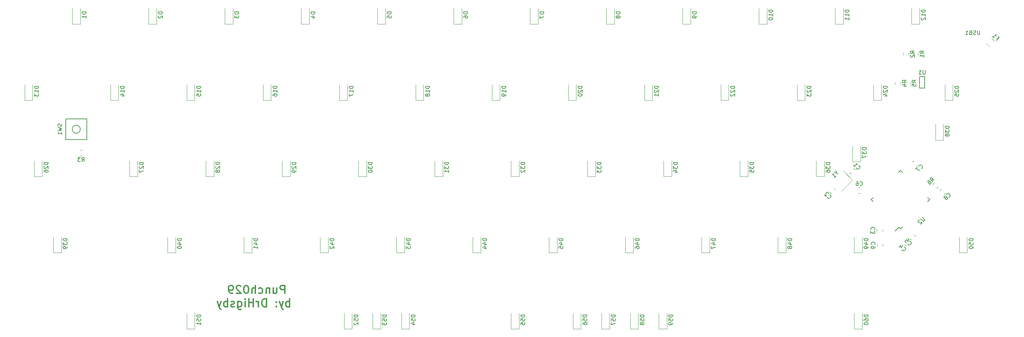
<source format=gbr>
G04 #@! TF.GenerationSoftware,KiCad,Pcbnew,(5.1.4)-1*
G04 #@! TF.CreationDate,2021-02-18T16:48:32-08:00*
G04 #@! TF.ProjectId,IBM029Punch,49424d30-3239-4507-956e-63682e6b6963,rev?*
G04 #@! TF.SameCoordinates,Original*
G04 #@! TF.FileFunction,Legend,Bot*
G04 #@! TF.FilePolarity,Positive*
%FSLAX46Y46*%
G04 Gerber Fmt 4.6, Leading zero omitted, Abs format (unit mm)*
G04 Created by KiCad (PCBNEW (5.1.4)-1) date 2021-02-18 16:48:32*
%MOMM*%
%LPD*%
G04 APERTURE LIST*
%ADD10C,0.350000*%
%ADD11C,0.120000*%
%ADD12C,0.150000*%
G04 APERTURE END LIST*
D10*
X104424285Y-100569761D02*
X104424285Y-98569761D01*
X103662380Y-98569761D01*
X103471904Y-98665000D01*
X103376666Y-98760238D01*
X103281428Y-98950714D01*
X103281428Y-99236428D01*
X103376666Y-99426904D01*
X103471904Y-99522142D01*
X103662380Y-99617380D01*
X104424285Y-99617380D01*
X101567142Y-99236428D02*
X101567142Y-100569761D01*
X102424285Y-99236428D02*
X102424285Y-100284047D01*
X102329047Y-100474523D01*
X102138571Y-100569761D01*
X101852857Y-100569761D01*
X101662380Y-100474523D01*
X101567142Y-100379285D01*
X100614761Y-99236428D02*
X100614761Y-100569761D01*
X100614761Y-99426904D02*
X100519523Y-99331666D01*
X100329047Y-99236428D01*
X100043333Y-99236428D01*
X99852857Y-99331666D01*
X99757619Y-99522142D01*
X99757619Y-100569761D01*
X97948095Y-100474523D02*
X98138571Y-100569761D01*
X98519523Y-100569761D01*
X98710000Y-100474523D01*
X98805238Y-100379285D01*
X98900476Y-100188809D01*
X98900476Y-99617380D01*
X98805238Y-99426904D01*
X98710000Y-99331666D01*
X98519523Y-99236428D01*
X98138571Y-99236428D01*
X97948095Y-99331666D01*
X97090952Y-100569761D02*
X97090952Y-98569761D01*
X96233809Y-100569761D02*
X96233809Y-99522142D01*
X96329047Y-99331666D01*
X96519523Y-99236428D01*
X96805238Y-99236428D01*
X96995714Y-99331666D01*
X97090952Y-99426904D01*
X94900476Y-98569761D02*
X94710000Y-98569761D01*
X94519523Y-98665000D01*
X94424285Y-98760238D01*
X94329047Y-98950714D01*
X94233809Y-99331666D01*
X94233809Y-99807857D01*
X94329047Y-100188809D01*
X94424285Y-100379285D01*
X94519523Y-100474523D01*
X94710000Y-100569761D01*
X94900476Y-100569761D01*
X95090952Y-100474523D01*
X95186190Y-100379285D01*
X95281428Y-100188809D01*
X95376666Y-99807857D01*
X95376666Y-99331666D01*
X95281428Y-98950714D01*
X95186190Y-98760238D01*
X95090952Y-98665000D01*
X94900476Y-98569761D01*
X93471904Y-98760238D02*
X93376666Y-98665000D01*
X93186190Y-98569761D01*
X92710000Y-98569761D01*
X92519523Y-98665000D01*
X92424285Y-98760238D01*
X92329047Y-98950714D01*
X92329047Y-99141190D01*
X92424285Y-99426904D01*
X93567142Y-100569761D01*
X92329047Y-100569761D01*
X91376666Y-100569761D02*
X90995714Y-100569761D01*
X90805238Y-100474523D01*
X90710000Y-100379285D01*
X90519523Y-100093571D01*
X90424285Y-99712619D01*
X90424285Y-98950714D01*
X90519523Y-98760238D01*
X90614761Y-98665000D01*
X90805238Y-98569761D01*
X91186190Y-98569761D01*
X91376666Y-98665000D01*
X91471904Y-98760238D01*
X91567142Y-98950714D01*
X91567142Y-99426904D01*
X91471904Y-99617380D01*
X91376666Y-99712619D01*
X91186190Y-99807857D01*
X90805238Y-99807857D01*
X90614761Y-99712619D01*
X90519523Y-99617380D01*
X90424285Y-99426904D01*
X105662380Y-103919761D02*
X105662380Y-101919761D01*
X105662380Y-102681666D02*
X105471904Y-102586428D01*
X105090952Y-102586428D01*
X104900476Y-102681666D01*
X104805238Y-102776904D01*
X104710000Y-102967380D01*
X104710000Y-103538809D01*
X104805238Y-103729285D01*
X104900476Y-103824523D01*
X105090952Y-103919761D01*
X105471904Y-103919761D01*
X105662380Y-103824523D01*
X104043333Y-102586428D02*
X103567142Y-103919761D01*
X103090952Y-102586428D02*
X103567142Y-103919761D01*
X103757619Y-104395952D01*
X103852857Y-104491190D01*
X104043333Y-104586428D01*
X102329047Y-103729285D02*
X102233809Y-103824523D01*
X102329047Y-103919761D01*
X102424285Y-103824523D01*
X102329047Y-103729285D01*
X102329047Y-103919761D01*
X102329047Y-102681666D02*
X102233809Y-102776904D01*
X102329047Y-102872142D01*
X102424285Y-102776904D01*
X102329047Y-102681666D01*
X102329047Y-102872142D01*
X99852857Y-103919761D02*
X99852857Y-101919761D01*
X99376666Y-101919761D01*
X99090952Y-102015000D01*
X98900476Y-102205476D01*
X98805238Y-102395952D01*
X98710000Y-102776904D01*
X98710000Y-103062619D01*
X98805238Y-103443571D01*
X98900476Y-103634047D01*
X99090952Y-103824523D01*
X99376666Y-103919761D01*
X99852857Y-103919761D01*
X97852857Y-103919761D02*
X97852857Y-102586428D01*
X97852857Y-102967380D02*
X97757619Y-102776904D01*
X97662380Y-102681666D01*
X97471904Y-102586428D01*
X97281428Y-102586428D01*
X96614761Y-103919761D02*
X96614761Y-101919761D01*
X96614761Y-102872142D02*
X95471904Y-102872142D01*
X95471904Y-103919761D02*
X95471904Y-101919761D01*
X94519523Y-103919761D02*
X94519523Y-102586428D01*
X94519523Y-101919761D02*
X94614761Y-102015000D01*
X94519523Y-102110238D01*
X94424285Y-102015000D01*
X94519523Y-101919761D01*
X94519523Y-102110238D01*
X92710000Y-102586428D02*
X92710000Y-104205476D01*
X92805238Y-104395952D01*
X92900476Y-104491190D01*
X93090952Y-104586428D01*
X93376666Y-104586428D01*
X93567142Y-104491190D01*
X92710000Y-103824523D02*
X92900476Y-103919761D01*
X93281428Y-103919761D01*
X93471904Y-103824523D01*
X93567142Y-103729285D01*
X93662380Y-103538809D01*
X93662380Y-102967380D01*
X93567142Y-102776904D01*
X93471904Y-102681666D01*
X93281428Y-102586428D01*
X92900476Y-102586428D01*
X92710000Y-102681666D01*
X91852857Y-103824523D02*
X91662380Y-103919761D01*
X91281428Y-103919761D01*
X91090952Y-103824523D01*
X90995714Y-103634047D01*
X90995714Y-103538809D01*
X91090952Y-103348333D01*
X91281428Y-103253095D01*
X91567142Y-103253095D01*
X91757619Y-103157857D01*
X91852857Y-102967380D01*
X91852857Y-102872142D01*
X91757619Y-102681666D01*
X91567142Y-102586428D01*
X91281428Y-102586428D01*
X91090952Y-102681666D01*
X90138571Y-103919761D02*
X90138571Y-101919761D01*
X90138571Y-102681666D02*
X89948095Y-102586428D01*
X89567142Y-102586428D01*
X89376666Y-102681666D01*
X89281428Y-102776904D01*
X89186190Y-102967380D01*
X89186190Y-103538809D01*
X89281428Y-103729285D01*
X89376666Y-103824523D01*
X89567142Y-103919761D01*
X89948095Y-103919761D01*
X90138571Y-103824523D01*
X88519523Y-102586428D02*
X88043333Y-103919761D01*
X87567142Y-102586428D02*
X88043333Y-103919761D01*
X88233809Y-104395952D01*
X88329047Y-104491190D01*
X88519523Y-104586428D01*
D11*
X246193620Y-72275276D02*
X243365193Y-75103703D01*
X243860167Y-69941823D02*
X246193620Y-72275276D01*
D12*
X257768366Y-84051904D02*
X256866804Y-84953465D01*
X265493507Y-77139935D02*
X265016210Y-77617232D01*
X258174952Y-69821380D02*
X257697655Y-70298677D01*
X250856397Y-77139935D02*
X251333694Y-76662638D01*
X258174952Y-84458490D02*
X258652249Y-83981193D01*
X250856397Y-77139935D02*
X251333694Y-77617232D01*
X258174952Y-69821380D02*
X258652249Y-70298677D01*
X265493507Y-77139935D02*
X265016210Y-76662638D01*
X258174952Y-84458490D02*
X257768366Y-84051904D01*
X264241800Y-49242600D02*
X264241800Y-46342600D01*
X264241800Y-49242600D02*
X262941800Y-49242600D01*
X262941800Y-49242600D02*
X262941800Y-46342600D01*
X262941800Y-46342600D02*
X264241800Y-46342600D01*
X54987720Y-62131500D02*
X54987720Y-56931500D01*
X54987720Y-56931500D02*
X49787720Y-56931500D01*
X49787720Y-56931500D02*
X49787720Y-62131500D01*
X49787720Y-62131500D02*
X54987720Y-62131500D01*
X53387720Y-59531500D02*
G75*
G03X53387720Y-59531500I-1000000J0D01*
G01*
D11*
X267590601Y-73976691D02*
X267224917Y-74342375D01*
X266586509Y-72972599D02*
X266220825Y-73338283D01*
X259247400Y-48293348D02*
X259247400Y-47776192D01*
X260667400Y-48293348D02*
X260667400Y-47776192D01*
X256866140Y-48293348D02*
X256866140Y-47776192D01*
X258286140Y-48293348D02*
X258286140Y-47776192D01*
X53319772Y-64774650D02*
X53836928Y-64774650D01*
X53319772Y-66194650D02*
X53836928Y-66194650D01*
X258847340Y-40993128D02*
X258847340Y-40475972D01*
X260267340Y-40993128D02*
X260267340Y-40475972D01*
X261228600Y-40993128D02*
X261228600Y-40475972D01*
X262648600Y-40993128D02*
X262648600Y-40475972D01*
X280478307Y-38890442D02*
X279626860Y-38038995D01*
X281765242Y-37603507D02*
X280913795Y-36752060D01*
X248651040Y-109406700D02*
X248651040Y-105506700D01*
X246651040Y-109406700D02*
X246651040Y-105506700D01*
X248651040Y-109406700D02*
X246651040Y-109406700D01*
X199835210Y-109406700D02*
X199835210Y-105506700D01*
X197835210Y-109406700D02*
X197835210Y-105506700D01*
X199835210Y-109406700D02*
X197835210Y-109406700D01*
X192691430Y-109406700D02*
X192691430Y-105506700D01*
X190691430Y-109406700D02*
X190691430Y-105506700D01*
X192691430Y-109406700D02*
X190691430Y-109406700D01*
X185547650Y-109406700D02*
X185547650Y-105506700D01*
X183547650Y-109406700D02*
X183547650Y-105506700D01*
X185547650Y-109406700D02*
X183547650Y-109406700D01*
X178403870Y-109406700D02*
X178403870Y-105506700D01*
X176403870Y-109406700D02*
X176403870Y-105506700D01*
X178403870Y-109406700D02*
X176403870Y-109406700D01*
X162925680Y-109406700D02*
X162925680Y-105506700D01*
X160925680Y-109406700D02*
X160925680Y-105506700D01*
X162925680Y-109406700D02*
X160925680Y-109406700D01*
X135541190Y-109406700D02*
X135541190Y-105506700D01*
X133541190Y-109406700D02*
X133541190Y-105506700D01*
X135541190Y-109406700D02*
X133541190Y-109406700D01*
X128397410Y-109406700D02*
X128397410Y-105506700D01*
X126397410Y-109406700D02*
X126397410Y-105506700D01*
X128397410Y-109406700D02*
X126397410Y-109406700D01*
X121253630Y-109406700D02*
X121253630Y-105506700D01*
X119253630Y-109406700D02*
X119253630Y-105506700D01*
X121253630Y-109406700D02*
X119253630Y-109406700D01*
X81962840Y-109406700D02*
X81962840Y-105506700D01*
X79962840Y-109406700D02*
X79962840Y-105506700D01*
X81962840Y-109406700D02*
X79962840Y-109406700D01*
X274844900Y-90356620D02*
X274844900Y-86456620D01*
X272844900Y-90356620D02*
X272844900Y-86456620D01*
X274844900Y-90356620D02*
X272844900Y-90356620D01*
X248651040Y-90356620D02*
X248651040Y-86456620D01*
X246651040Y-90356620D02*
X246651040Y-86456620D01*
X248651040Y-90356620D02*
X246651040Y-90356620D01*
X229600960Y-90356620D02*
X229600960Y-86456620D01*
X227600960Y-90356620D02*
X227600960Y-86456620D01*
X229600960Y-90356620D02*
X227600960Y-90356620D01*
X210550880Y-90356620D02*
X210550880Y-86456620D01*
X208550880Y-90356620D02*
X208550880Y-86456620D01*
X210550880Y-90356620D02*
X208550880Y-90356620D01*
X191500800Y-90356620D02*
X191500800Y-86456620D01*
X189500800Y-90356620D02*
X189500800Y-86456620D01*
X191500800Y-90356620D02*
X189500800Y-90356620D01*
X172450720Y-90356620D02*
X172450720Y-86456620D01*
X170450720Y-90356620D02*
X170450720Y-86456620D01*
X172450720Y-90356620D02*
X170450720Y-90356620D01*
X153400640Y-90356620D02*
X153400640Y-86456620D01*
X151400640Y-90356620D02*
X151400640Y-86456620D01*
X153400640Y-90356620D02*
X151400640Y-90356620D01*
X134350560Y-90356620D02*
X134350560Y-86456620D01*
X132350560Y-90356620D02*
X132350560Y-86456620D01*
X134350560Y-90356620D02*
X132350560Y-90356620D01*
X115300480Y-90356620D02*
X115300480Y-86456620D01*
X113300480Y-90356620D02*
X113300480Y-86456620D01*
X115300480Y-90356620D02*
X113300480Y-90356620D01*
X96250400Y-90356620D02*
X96250400Y-86456620D01*
X94250400Y-90356620D02*
X94250400Y-86456620D01*
X96250400Y-90356620D02*
X94250400Y-90356620D01*
X77200320Y-90356620D02*
X77200320Y-86456620D01*
X75200320Y-90356620D02*
X75200320Y-86456620D01*
X77200320Y-90356620D02*
X75200320Y-90356620D01*
X48625200Y-90356620D02*
X48625200Y-86456620D01*
X46625200Y-90356620D02*
X46625200Y-86456620D01*
X48625200Y-90356620D02*
X46625200Y-90356620D01*
X268891750Y-62240870D02*
X268891750Y-58340870D01*
X266891750Y-62240870D02*
X266891750Y-58340870D01*
X268891750Y-62240870D02*
X266891750Y-62240870D01*
X248218200Y-67628600D02*
X248218200Y-63728600D01*
X246218200Y-67628600D02*
X246218200Y-63728600D01*
X248218200Y-67628600D02*
X246218200Y-67628600D01*
X239126000Y-71306540D02*
X239126000Y-67406540D01*
X237126000Y-71306540D02*
X237126000Y-67406540D01*
X239126000Y-71306540D02*
X237126000Y-71306540D01*
X220075920Y-71306540D02*
X220075920Y-67406540D01*
X218075920Y-71306540D02*
X218075920Y-67406540D01*
X220075920Y-71306540D02*
X218075920Y-71306540D01*
X201025840Y-71306540D02*
X201025840Y-67406540D01*
X199025840Y-71306540D02*
X199025840Y-67406540D01*
X201025840Y-71306540D02*
X199025840Y-71306540D01*
X181975760Y-71306540D02*
X181975760Y-67406540D01*
X179975760Y-71306540D02*
X179975760Y-67406540D01*
X181975760Y-71306540D02*
X179975760Y-71306540D01*
X162925680Y-71306540D02*
X162925680Y-67406540D01*
X160925680Y-71306540D02*
X160925680Y-67406540D01*
X162925680Y-71306540D02*
X160925680Y-71306540D01*
X143875600Y-71306540D02*
X143875600Y-67406540D01*
X141875600Y-71306540D02*
X141875600Y-67406540D01*
X143875600Y-71306540D02*
X141875600Y-71306540D01*
X124825520Y-71306540D02*
X124825520Y-67406540D01*
X122825520Y-71306540D02*
X122825520Y-67406540D01*
X124825520Y-71306540D02*
X122825520Y-71306540D01*
X105775440Y-71306540D02*
X105775440Y-67406540D01*
X103775440Y-71306540D02*
X103775440Y-67406540D01*
X105775440Y-71306540D02*
X103775440Y-71306540D01*
X86725360Y-71306540D02*
X86725360Y-67406540D01*
X84725360Y-71306540D02*
X84725360Y-67406540D01*
X86725360Y-71306540D02*
X84725360Y-71306540D01*
X67675280Y-71306540D02*
X67675280Y-67406540D01*
X65675280Y-71306540D02*
X65675280Y-67406540D01*
X67675280Y-71306540D02*
X65675280Y-71306540D01*
X43862680Y-71306540D02*
X43862680Y-67406540D01*
X41862680Y-71306540D02*
X41862680Y-67406540D01*
X43862680Y-71306540D02*
X41862680Y-71306540D01*
X271273010Y-52256460D02*
X271273010Y-48356460D01*
X269273010Y-52256460D02*
X269273010Y-48356460D01*
X271273010Y-52256460D02*
X269273010Y-52256460D01*
X253413560Y-52256460D02*
X253413560Y-48356460D01*
X251413560Y-52256460D02*
X251413560Y-48356460D01*
X253413560Y-52256460D02*
X251413560Y-52256460D01*
X234363480Y-52256460D02*
X234363480Y-48356460D01*
X232363480Y-52256460D02*
X232363480Y-48356460D01*
X234363480Y-52256460D02*
X232363480Y-52256460D01*
X215313400Y-52256460D02*
X215313400Y-48356460D01*
X213313400Y-52256460D02*
X213313400Y-48356460D01*
X215313400Y-52256460D02*
X213313400Y-52256460D01*
X196263320Y-52256460D02*
X196263320Y-48356460D01*
X194263320Y-52256460D02*
X194263320Y-48356460D01*
X196263320Y-52256460D02*
X194263320Y-52256460D01*
X177213240Y-52256460D02*
X177213240Y-48356460D01*
X175213240Y-52256460D02*
X175213240Y-48356460D01*
X177213240Y-52256460D02*
X175213240Y-52256460D01*
X158163160Y-52256460D02*
X158163160Y-48356460D01*
X156163160Y-52256460D02*
X156163160Y-48356460D01*
X158163160Y-52256460D02*
X156163160Y-52256460D01*
X139113080Y-52256460D02*
X139113080Y-48356460D01*
X137113080Y-52256460D02*
X137113080Y-48356460D01*
X139113080Y-52256460D02*
X137113080Y-52256460D01*
X120063000Y-52256460D02*
X120063000Y-48356460D01*
X118063000Y-52256460D02*
X118063000Y-48356460D01*
X120063000Y-52256460D02*
X118063000Y-52256460D01*
X101012920Y-52256460D02*
X101012920Y-48356460D01*
X99012920Y-52256460D02*
X99012920Y-48356460D01*
X101012920Y-52256460D02*
X99012920Y-52256460D01*
X81962840Y-52256460D02*
X81962840Y-48356460D01*
X79962840Y-52256460D02*
X79962840Y-48356460D01*
X81962840Y-52256460D02*
X79962840Y-52256460D01*
X62912760Y-52256460D02*
X62912760Y-48356460D01*
X60912760Y-52256460D02*
X60912760Y-48356460D01*
X62912760Y-52256460D02*
X60912760Y-52256460D01*
X41481420Y-52256460D02*
X41481420Y-48356460D01*
X39481420Y-52256460D02*
X39481420Y-48356460D01*
X41481420Y-52256460D02*
X39481420Y-52256460D01*
X262938600Y-33206380D02*
X262938600Y-29306380D01*
X260938600Y-33206380D02*
X260938600Y-29306380D01*
X262938600Y-33206380D02*
X260938600Y-33206380D01*
X243888520Y-33206380D02*
X243888520Y-29306380D01*
X241888520Y-33206380D02*
X241888520Y-29306380D01*
X243888520Y-33206380D02*
X241888520Y-33206380D01*
X224838440Y-33206380D02*
X224838440Y-29306380D01*
X222838440Y-33206380D02*
X222838440Y-29306380D01*
X224838440Y-33206380D02*
X222838440Y-33206380D01*
X205788360Y-33206380D02*
X205788360Y-29306380D01*
X203788360Y-33206380D02*
X203788360Y-29306380D01*
X205788360Y-33206380D02*
X203788360Y-33206380D01*
X186738280Y-33206380D02*
X186738280Y-29306380D01*
X184738280Y-33206380D02*
X184738280Y-29306380D01*
X186738280Y-33206380D02*
X184738280Y-33206380D01*
X167688200Y-33206380D02*
X167688200Y-29306380D01*
X165688200Y-33206380D02*
X165688200Y-29306380D01*
X167688200Y-33206380D02*
X165688200Y-33206380D01*
X148638120Y-33206380D02*
X148638120Y-29306380D01*
X146638120Y-33206380D02*
X146638120Y-29306380D01*
X148638120Y-33206380D02*
X146638120Y-33206380D01*
X129588040Y-33206380D02*
X129588040Y-29306380D01*
X127588040Y-33206380D02*
X127588040Y-29306380D01*
X129588040Y-33206380D02*
X127588040Y-33206380D01*
X110537960Y-33206380D02*
X110537960Y-29306380D01*
X108537960Y-33206380D02*
X108537960Y-29306380D01*
X110537960Y-33206380D02*
X108537960Y-33206380D01*
X91487880Y-33206380D02*
X91487880Y-29306380D01*
X89487880Y-33206380D02*
X89487880Y-29306380D01*
X91487880Y-33206380D02*
X89487880Y-33206380D01*
X72437800Y-33206380D02*
X72437800Y-29306380D01*
X70437800Y-33206380D02*
X70437800Y-29306380D01*
X72437800Y-33206380D02*
X70437800Y-33206380D01*
X53387720Y-33206380D02*
X53387720Y-29306380D01*
X51387720Y-33206380D02*
X51387720Y-29306380D01*
X53387720Y-33206380D02*
X51387720Y-33206380D01*
X253744800Y-88283523D02*
X253744800Y-88800679D01*
X252324800Y-88283523D02*
X252324800Y-88800679D01*
X268044599Y-74867309D02*
X268410283Y-74501625D01*
X269048691Y-75871401D02*
X269414375Y-75505717D01*
X261110399Y-67729909D02*
X261476083Y-67364225D01*
X262114491Y-68734001D02*
X262480175Y-68368317D01*
X248134879Y-75538400D02*
X247617723Y-75538400D01*
X248134879Y-74118400D02*
X247617723Y-74118400D01*
X261606491Y-85926599D02*
X261972175Y-86292283D01*
X260602399Y-86930691D02*
X260968083Y-87296375D01*
X260163717Y-87354025D02*
X260529401Y-87719709D01*
X259159625Y-88358117D02*
X259525309Y-88723801D01*
X253694000Y-84549723D02*
X253694000Y-85066879D01*
X252274000Y-84549723D02*
X252274000Y-85066879D01*
X241522347Y-74266645D02*
X241888031Y-74632329D01*
X240518255Y-75270737D02*
X240883939Y-75636421D01*
X245823080Y-70661359D02*
X245457396Y-70295675D01*
X246827172Y-69657267D02*
X246461488Y-69291583D01*
D12*
X242200149Y-70436797D02*
X242536867Y-70773515D01*
X242065462Y-69830706D02*
X242200149Y-70436797D01*
X241594058Y-70302110D01*
X241695073Y-71615308D02*
X242099134Y-71211247D01*
X241897103Y-71413278D02*
X241189997Y-70706171D01*
X241358355Y-70739843D01*
X241493042Y-70739843D01*
X241594058Y-70706171D01*
X277964255Y-34896240D02*
X277964255Y-35705764D01*
X277916636Y-35801002D01*
X277869017Y-35848621D01*
X277773779Y-35896240D01*
X277583302Y-35896240D01*
X277488064Y-35848621D01*
X277440445Y-35801002D01*
X277392826Y-35705764D01*
X277392826Y-34896240D01*
X276964255Y-35848621D02*
X276821398Y-35896240D01*
X276583302Y-35896240D01*
X276488064Y-35848621D01*
X276440445Y-35801002D01*
X276392826Y-35705764D01*
X276392826Y-35610526D01*
X276440445Y-35515288D01*
X276488064Y-35467669D01*
X276583302Y-35420050D01*
X276773779Y-35372431D01*
X276869017Y-35324812D01*
X276916636Y-35277193D01*
X276964255Y-35181955D01*
X276964255Y-35086717D01*
X276916636Y-34991479D01*
X276869017Y-34943860D01*
X276773779Y-34896240D01*
X276535683Y-34896240D01*
X276392826Y-34943860D01*
X275630921Y-35372431D02*
X275488064Y-35420050D01*
X275440445Y-35467669D01*
X275392826Y-35562907D01*
X275392826Y-35705764D01*
X275440445Y-35801002D01*
X275488064Y-35848621D01*
X275583302Y-35896240D01*
X275964255Y-35896240D01*
X275964255Y-34896240D01*
X275630921Y-34896240D01*
X275535683Y-34943860D01*
X275488064Y-34991479D01*
X275440445Y-35086717D01*
X275440445Y-35181955D01*
X275488064Y-35277193D01*
X275535683Y-35324812D01*
X275630921Y-35372431D01*
X275964255Y-35372431D01*
X274440445Y-35896240D02*
X275011874Y-35896240D01*
X274726160Y-35896240D02*
X274726160Y-34896240D01*
X274821398Y-35039098D01*
X274916636Y-35134336D01*
X275011874Y-35181955D01*
X263594420Y-81481907D02*
X264166840Y-82054327D01*
X264200512Y-82155342D01*
X264200512Y-82222686D01*
X264166840Y-82323701D01*
X264032153Y-82458388D01*
X263931138Y-82492060D01*
X263863794Y-82492060D01*
X263762779Y-82458388D01*
X263190359Y-81885968D01*
X262954657Y-82256358D02*
X262887314Y-82256358D01*
X262786298Y-82290029D01*
X262617940Y-82458388D01*
X262584268Y-82559403D01*
X262584268Y-82626747D01*
X262617940Y-82727762D01*
X262685283Y-82795106D01*
X262819970Y-82862449D01*
X263628092Y-82862449D01*
X263190359Y-83300182D01*
X264353704Y-44794980D02*
X264353704Y-45604504D01*
X264306085Y-45699742D01*
X264258466Y-45747361D01*
X264163228Y-45794980D01*
X263972752Y-45794980D01*
X263877514Y-45747361D01*
X263829895Y-45699742D01*
X263782276Y-45604504D01*
X263782276Y-44794980D01*
X262782276Y-45794980D02*
X263353704Y-45794980D01*
X263067990Y-45794980D02*
X263067990Y-44794980D01*
X263163228Y-44937838D01*
X263258466Y-45033076D01*
X263353704Y-45080695D01*
X48728481Y-58198166D02*
X48776100Y-58341023D01*
X48776100Y-58579119D01*
X48728481Y-58674357D01*
X48680862Y-58721976D01*
X48585624Y-58769595D01*
X48490386Y-58769595D01*
X48395148Y-58721976D01*
X48347529Y-58674357D01*
X48299910Y-58579119D01*
X48252291Y-58388642D01*
X48204672Y-58293404D01*
X48157053Y-58245785D01*
X48061815Y-58198166D01*
X47966577Y-58198166D01*
X47871339Y-58245785D01*
X47823720Y-58293404D01*
X47776100Y-58388642D01*
X47776100Y-58626738D01*
X47823720Y-58769595D01*
X47776100Y-59102928D02*
X48776100Y-59341023D01*
X48061815Y-59531500D01*
X48776100Y-59721976D01*
X47776100Y-59960071D01*
X48776100Y-60864833D02*
X48776100Y-60293404D01*
X48776100Y-60579119D02*
X47776100Y-60579119D01*
X47918958Y-60483880D01*
X48014196Y-60388642D01*
X48061815Y-60293404D01*
X266176719Y-72692791D02*
X266075704Y-72120371D01*
X266580780Y-72288730D02*
X265873674Y-71581623D01*
X265604299Y-71850997D01*
X265570628Y-71952012D01*
X265570628Y-72019356D01*
X265604299Y-72120371D01*
X265705315Y-72221386D01*
X265806330Y-72255058D01*
X265873674Y-72255058D01*
X265974689Y-72221386D01*
X266244063Y-71952012D01*
X264863521Y-72591776D02*
X264998208Y-72457089D01*
X265099223Y-72423417D01*
X265166567Y-72423417D01*
X265334925Y-72457089D01*
X265503284Y-72558104D01*
X265772658Y-72827478D01*
X265806330Y-72928493D01*
X265806330Y-72995837D01*
X265772658Y-73096852D01*
X265637971Y-73231539D01*
X265536956Y-73265211D01*
X265469612Y-73265211D01*
X265368597Y-73231539D01*
X265200238Y-73063180D01*
X265166567Y-72962165D01*
X265166567Y-72894822D01*
X265200238Y-72793806D01*
X265334925Y-72659119D01*
X265435941Y-72625448D01*
X265503284Y-72625448D01*
X265604299Y-72659119D01*
X262059780Y-47868103D02*
X261583590Y-47534770D01*
X262059780Y-47296674D02*
X261059780Y-47296674D01*
X261059780Y-47677627D01*
X261107400Y-47772865D01*
X261155019Y-47820484D01*
X261250257Y-47868103D01*
X261393114Y-47868103D01*
X261488352Y-47820484D01*
X261535971Y-47772865D01*
X261583590Y-47677627D01*
X261583590Y-47296674D01*
X261059780Y-48772865D02*
X261059780Y-48296674D01*
X261535971Y-48249055D01*
X261488352Y-48296674D01*
X261440733Y-48391912D01*
X261440733Y-48630008D01*
X261488352Y-48725246D01*
X261535971Y-48772865D01*
X261631209Y-48820484D01*
X261869304Y-48820484D01*
X261964542Y-48772865D01*
X262012161Y-48725246D01*
X262059780Y-48630008D01*
X262059780Y-48391912D01*
X262012161Y-48296674D01*
X261964542Y-48249055D01*
X259678520Y-47868103D02*
X259202330Y-47534770D01*
X259678520Y-47296674D02*
X258678520Y-47296674D01*
X258678520Y-47677627D01*
X258726140Y-47772865D01*
X258773759Y-47820484D01*
X258868997Y-47868103D01*
X259011854Y-47868103D01*
X259107092Y-47820484D01*
X259154711Y-47772865D01*
X259202330Y-47677627D01*
X259202330Y-47296674D01*
X259011854Y-48725246D02*
X259678520Y-48725246D01*
X258630901Y-48487150D02*
X259345187Y-48249055D01*
X259345187Y-48868103D01*
X53745016Y-67587030D02*
X54078350Y-67110840D01*
X54316445Y-67587030D02*
X54316445Y-66587030D01*
X53935492Y-66587030D01*
X53840254Y-66634650D01*
X53792635Y-66682269D01*
X53745016Y-66777507D01*
X53745016Y-66920364D01*
X53792635Y-67015602D01*
X53840254Y-67063221D01*
X53935492Y-67110840D01*
X54316445Y-67110840D01*
X53411683Y-66587030D02*
X52792635Y-66587030D01*
X53125969Y-66967983D01*
X52983111Y-66967983D01*
X52887873Y-67015602D01*
X52840254Y-67063221D01*
X52792635Y-67158459D01*
X52792635Y-67396554D01*
X52840254Y-67491792D01*
X52887873Y-67539411D01*
X52983111Y-67587030D01*
X53268826Y-67587030D01*
X53364064Y-67539411D01*
X53411683Y-67491792D01*
X261659720Y-40567883D02*
X261183530Y-40234550D01*
X261659720Y-39996454D02*
X260659720Y-39996454D01*
X260659720Y-40377407D01*
X260707340Y-40472645D01*
X260754959Y-40520264D01*
X260850197Y-40567883D01*
X260993054Y-40567883D01*
X261088292Y-40520264D01*
X261135911Y-40472645D01*
X261183530Y-40377407D01*
X261183530Y-39996454D01*
X260754959Y-40948835D02*
X260707340Y-40996454D01*
X260659720Y-41091692D01*
X260659720Y-41329788D01*
X260707340Y-41425026D01*
X260754959Y-41472645D01*
X260850197Y-41520264D01*
X260945435Y-41520264D01*
X261088292Y-41472645D01*
X261659720Y-40901216D01*
X261659720Y-41520264D01*
X264040980Y-40567883D02*
X263564790Y-40234550D01*
X264040980Y-39996454D02*
X263040980Y-39996454D01*
X263040980Y-40377407D01*
X263088600Y-40472645D01*
X263136219Y-40520264D01*
X263231457Y-40567883D01*
X263374314Y-40567883D01*
X263469552Y-40520264D01*
X263517171Y-40472645D01*
X263564790Y-40377407D01*
X263564790Y-39996454D01*
X264040980Y-41520264D02*
X264040980Y-40948835D01*
X264040980Y-41234550D02*
X263040980Y-41234550D01*
X263183838Y-41139311D01*
X263279076Y-41044073D01*
X263326695Y-40948835D01*
X282269194Y-36719511D02*
X282504897Y-36955213D01*
X282134507Y-37325603D02*
X282841614Y-36618496D01*
X282504897Y-36281778D01*
X281158027Y-36349122D02*
X281562088Y-36753183D01*
X281360057Y-36551152D02*
X282067164Y-35844046D01*
X282033492Y-36012404D01*
X282033492Y-36147091D01*
X282067164Y-36248107D01*
X250103420Y-105942414D02*
X249103420Y-105942414D01*
X249103420Y-106180509D01*
X249151040Y-106323366D01*
X249246278Y-106418604D01*
X249341516Y-106466223D01*
X249531992Y-106513842D01*
X249674849Y-106513842D01*
X249865325Y-106466223D01*
X249960563Y-106418604D01*
X250055801Y-106323366D01*
X250103420Y-106180509D01*
X250103420Y-105942414D01*
X249103420Y-107370985D02*
X249103420Y-107180509D01*
X249151040Y-107085271D01*
X249198659Y-107037652D01*
X249341516Y-106942414D01*
X249531992Y-106894795D01*
X249912944Y-106894795D01*
X250008182Y-106942414D01*
X250055801Y-106990033D01*
X250103420Y-107085271D01*
X250103420Y-107275747D01*
X250055801Y-107370985D01*
X250008182Y-107418604D01*
X249912944Y-107466223D01*
X249674849Y-107466223D01*
X249579611Y-107418604D01*
X249531992Y-107370985D01*
X249484373Y-107275747D01*
X249484373Y-107085271D01*
X249531992Y-106990033D01*
X249579611Y-106942414D01*
X249674849Y-106894795D01*
X249103420Y-108085271D02*
X249103420Y-108180509D01*
X249151040Y-108275747D01*
X249198659Y-108323366D01*
X249293897Y-108370985D01*
X249484373Y-108418604D01*
X249722468Y-108418604D01*
X249912944Y-108370985D01*
X250008182Y-108323366D01*
X250055801Y-108275747D01*
X250103420Y-108180509D01*
X250103420Y-108085271D01*
X250055801Y-107990033D01*
X250008182Y-107942414D01*
X249912944Y-107894795D01*
X249722468Y-107847176D01*
X249484373Y-107847176D01*
X249293897Y-107894795D01*
X249198659Y-107942414D01*
X249151040Y-107990033D01*
X249103420Y-108085271D01*
X201287590Y-105942414D02*
X200287590Y-105942414D01*
X200287590Y-106180509D01*
X200335210Y-106323366D01*
X200430448Y-106418604D01*
X200525686Y-106466223D01*
X200716162Y-106513842D01*
X200859019Y-106513842D01*
X201049495Y-106466223D01*
X201144733Y-106418604D01*
X201239971Y-106323366D01*
X201287590Y-106180509D01*
X201287590Y-105942414D01*
X200287590Y-107418604D02*
X200287590Y-106942414D01*
X200763781Y-106894795D01*
X200716162Y-106942414D01*
X200668543Y-107037652D01*
X200668543Y-107275747D01*
X200716162Y-107370985D01*
X200763781Y-107418604D01*
X200859019Y-107466223D01*
X201097114Y-107466223D01*
X201192352Y-107418604D01*
X201239971Y-107370985D01*
X201287590Y-107275747D01*
X201287590Y-107037652D01*
X201239971Y-106942414D01*
X201192352Y-106894795D01*
X201287590Y-107942414D02*
X201287590Y-108132890D01*
X201239971Y-108228128D01*
X201192352Y-108275747D01*
X201049495Y-108370985D01*
X200859019Y-108418604D01*
X200478067Y-108418604D01*
X200382829Y-108370985D01*
X200335210Y-108323366D01*
X200287590Y-108228128D01*
X200287590Y-108037652D01*
X200335210Y-107942414D01*
X200382829Y-107894795D01*
X200478067Y-107847176D01*
X200716162Y-107847176D01*
X200811400Y-107894795D01*
X200859019Y-107942414D01*
X200906638Y-108037652D01*
X200906638Y-108228128D01*
X200859019Y-108323366D01*
X200811400Y-108370985D01*
X200716162Y-108418604D01*
X194143810Y-105942414D02*
X193143810Y-105942414D01*
X193143810Y-106180509D01*
X193191430Y-106323366D01*
X193286668Y-106418604D01*
X193381906Y-106466223D01*
X193572382Y-106513842D01*
X193715239Y-106513842D01*
X193905715Y-106466223D01*
X194000953Y-106418604D01*
X194096191Y-106323366D01*
X194143810Y-106180509D01*
X194143810Y-105942414D01*
X193143810Y-107418604D02*
X193143810Y-106942414D01*
X193620001Y-106894795D01*
X193572382Y-106942414D01*
X193524763Y-107037652D01*
X193524763Y-107275747D01*
X193572382Y-107370985D01*
X193620001Y-107418604D01*
X193715239Y-107466223D01*
X193953334Y-107466223D01*
X194048572Y-107418604D01*
X194096191Y-107370985D01*
X194143810Y-107275747D01*
X194143810Y-107037652D01*
X194096191Y-106942414D01*
X194048572Y-106894795D01*
X193572382Y-108037652D02*
X193524763Y-107942414D01*
X193477144Y-107894795D01*
X193381906Y-107847176D01*
X193334287Y-107847176D01*
X193239049Y-107894795D01*
X193191430Y-107942414D01*
X193143810Y-108037652D01*
X193143810Y-108228128D01*
X193191430Y-108323366D01*
X193239049Y-108370985D01*
X193334287Y-108418604D01*
X193381906Y-108418604D01*
X193477144Y-108370985D01*
X193524763Y-108323366D01*
X193572382Y-108228128D01*
X193572382Y-108037652D01*
X193620001Y-107942414D01*
X193667620Y-107894795D01*
X193762858Y-107847176D01*
X193953334Y-107847176D01*
X194048572Y-107894795D01*
X194096191Y-107942414D01*
X194143810Y-108037652D01*
X194143810Y-108228128D01*
X194096191Y-108323366D01*
X194048572Y-108370985D01*
X193953334Y-108418604D01*
X193762858Y-108418604D01*
X193667620Y-108370985D01*
X193620001Y-108323366D01*
X193572382Y-108228128D01*
X187000030Y-105942414D02*
X186000030Y-105942414D01*
X186000030Y-106180509D01*
X186047650Y-106323366D01*
X186142888Y-106418604D01*
X186238126Y-106466223D01*
X186428602Y-106513842D01*
X186571459Y-106513842D01*
X186761935Y-106466223D01*
X186857173Y-106418604D01*
X186952411Y-106323366D01*
X187000030Y-106180509D01*
X187000030Y-105942414D01*
X186000030Y-107418604D02*
X186000030Y-106942414D01*
X186476221Y-106894795D01*
X186428602Y-106942414D01*
X186380983Y-107037652D01*
X186380983Y-107275747D01*
X186428602Y-107370985D01*
X186476221Y-107418604D01*
X186571459Y-107466223D01*
X186809554Y-107466223D01*
X186904792Y-107418604D01*
X186952411Y-107370985D01*
X187000030Y-107275747D01*
X187000030Y-107037652D01*
X186952411Y-106942414D01*
X186904792Y-106894795D01*
X186000030Y-107799557D02*
X186000030Y-108466223D01*
X187000030Y-108037652D01*
X179856250Y-105942414D02*
X178856250Y-105942414D01*
X178856250Y-106180509D01*
X178903870Y-106323366D01*
X178999108Y-106418604D01*
X179094346Y-106466223D01*
X179284822Y-106513842D01*
X179427679Y-106513842D01*
X179618155Y-106466223D01*
X179713393Y-106418604D01*
X179808631Y-106323366D01*
X179856250Y-106180509D01*
X179856250Y-105942414D01*
X178856250Y-107418604D02*
X178856250Y-106942414D01*
X179332441Y-106894795D01*
X179284822Y-106942414D01*
X179237203Y-107037652D01*
X179237203Y-107275747D01*
X179284822Y-107370985D01*
X179332441Y-107418604D01*
X179427679Y-107466223D01*
X179665774Y-107466223D01*
X179761012Y-107418604D01*
X179808631Y-107370985D01*
X179856250Y-107275747D01*
X179856250Y-107037652D01*
X179808631Y-106942414D01*
X179761012Y-106894795D01*
X178856250Y-108323366D02*
X178856250Y-108132890D01*
X178903870Y-108037652D01*
X178951489Y-107990033D01*
X179094346Y-107894795D01*
X179284822Y-107847176D01*
X179665774Y-107847176D01*
X179761012Y-107894795D01*
X179808631Y-107942414D01*
X179856250Y-108037652D01*
X179856250Y-108228128D01*
X179808631Y-108323366D01*
X179761012Y-108370985D01*
X179665774Y-108418604D01*
X179427679Y-108418604D01*
X179332441Y-108370985D01*
X179284822Y-108323366D01*
X179237203Y-108228128D01*
X179237203Y-108037652D01*
X179284822Y-107942414D01*
X179332441Y-107894795D01*
X179427679Y-107847176D01*
X164378060Y-105942414D02*
X163378060Y-105942414D01*
X163378060Y-106180509D01*
X163425680Y-106323366D01*
X163520918Y-106418604D01*
X163616156Y-106466223D01*
X163806632Y-106513842D01*
X163949489Y-106513842D01*
X164139965Y-106466223D01*
X164235203Y-106418604D01*
X164330441Y-106323366D01*
X164378060Y-106180509D01*
X164378060Y-105942414D01*
X163378060Y-107418604D02*
X163378060Y-106942414D01*
X163854251Y-106894795D01*
X163806632Y-106942414D01*
X163759013Y-107037652D01*
X163759013Y-107275747D01*
X163806632Y-107370985D01*
X163854251Y-107418604D01*
X163949489Y-107466223D01*
X164187584Y-107466223D01*
X164282822Y-107418604D01*
X164330441Y-107370985D01*
X164378060Y-107275747D01*
X164378060Y-107037652D01*
X164330441Y-106942414D01*
X164282822Y-106894795D01*
X163378060Y-108370985D02*
X163378060Y-107894795D01*
X163854251Y-107847176D01*
X163806632Y-107894795D01*
X163759013Y-107990033D01*
X163759013Y-108228128D01*
X163806632Y-108323366D01*
X163854251Y-108370985D01*
X163949489Y-108418604D01*
X164187584Y-108418604D01*
X164282822Y-108370985D01*
X164330441Y-108323366D01*
X164378060Y-108228128D01*
X164378060Y-107990033D01*
X164330441Y-107894795D01*
X164282822Y-107847176D01*
X136993570Y-105942414D02*
X135993570Y-105942414D01*
X135993570Y-106180509D01*
X136041190Y-106323366D01*
X136136428Y-106418604D01*
X136231666Y-106466223D01*
X136422142Y-106513842D01*
X136564999Y-106513842D01*
X136755475Y-106466223D01*
X136850713Y-106418604D01*
X136945951Y-106323366D01*
X136993570Y-106180509D01*
X136993570Y-105942414D01*
X135993570Y-107418604D02*
X135993570Y-106942414D01*
X136469761Y-106894795D01*
X136422142Y-106942414D01*
X136374523Y-107037652D01*
X136374523Y-107275747D01*
X136422142Y-107370985D01*
X136469761Y-107418604D01*
X136564999Y-107466223D01*
X136803094Y-107466223D01*
X136898332Y-107418604D01*
X136945951Y-107370985D01*
X136993570Y-107275747D01*
X136993570Y-107037652D01*
X136945951Y-106942414D01*
X136898332Y-106894795D01*
X136326904Y-108323366D02*
X136993570Y-108323366D01*
X135945951Y-108085271D02*
X136660237Y-107847176D01*
X136660237Y-108466223D01*
X129849790Y-105942414D02*
X128849790Y-105942414D01*
X128849790Y-106180509D01*
X128897410Y-106323366D01*
X128992648Y-106418604D01*
X129087886Y-106466223D01*
X129278362Y-106513842D01*
X129421219Y-106513842D01*
X129611695Y-106466223D01*
X129706933Y-106418604D01*
X129802171Y-106323366D01*
X129849790Y-106180509D01*
X129849790Y-105942414D01*
X128849790Y-107418604D02*
X128849790Y-106942414D01*
X129325981Y-106894795D01*
X129278362Y-106942414D01*
X129230743Y-107037652D01*
X129230743Y-107275747D01*
X129278362Y-107370985D01*
X129325981Y-107418604D01*
X129421219Y-107466223D01*
X129659314Y-107466223D01*
X129754552Y-107418604D01*
X129802171Y-107370985D01*
X129849790Y-107275747D01*
X129849790Y-107037652D01*
X129802171Y-106942414D01*
X129754552Y-106894795D01*
X128849790Y-107799557D02*
X128849790Y-108418604D01*
X129230743Y-108085271D01*
X129230743Y-108228128D01*
X129278362Y-108323366D01*
X129325981Y-108370985D01*
X129421219Y-108418604D01*
X129659314Y-108418604D01*
X129754552Y-108370985D01*
X129802171Y-108323366D01*
X129849790Y-108228128D01*
X129849790Y-107942414D01*
X129802171Y-107847176D01*
X129754552Y-107799557D01*
X122706010Y-105942414D02*
X121706010Y-105942414D01*
X121706010Y-106180509D01*
X121753630Y-106323366D01*
X121848868Y-106418604D01*
X121944106Y-106466223D01*
X122134582Y-106513842D01*
X122277439Y-106513842D01*
X122467915Y-106466223D01*
X122563153Y-106418604D01*
X122658391Y-106323366D01*
X122706010Y-106180509D01*
X122706010Y-105942414D01*
X121706010Y-107418604D02*
X121706010Y-106942414D01*
X122182201Y-106894795D01*
X122134582Y-106942414D01*
X122086963Y-107037652D01*
X122086963Y-107275747D01*
X122134582Y-107370985D01*
X122182201Y-107418604D01*
X122277439Y-107466223D01*
X122515534Y-107466223D01*
X122610772Y-107418604D01*
X122658391Y-107370985D01*
X122706010Y-107275747D01*
X122706010Y-107037652D01*
X122658391Y-106942414D01*
X122610772Y-106894795D01*
X121801249Y-107847176D02*
X121753630Y-107894795D01*
X121706010Y-107990033D01*
X121706010Y-108228128D01*
X121753630Y-108323366D01*
X121801249Y-108370985D01*
X121896487Y-108418604D01*
X121991725Y-108418604D01*
X122134582Y-108370985D01*
X122706010Y-107799557D01*
X122706010Y-108418604D01*
X83415220Y-105942414D02*
X82415220Y-105942414D01*
X82415220Y-106180509D01*
X82462840Y-106323366D01*
X82558078Y-106418604D01*
X82653316Y-106466223D01*
X82843792Y-106513842D01*
X82986649Y-106513842D01*
X83177125Y-106466223D01*
X83272363Y-106418604D01*
X83367601Y-106323366D01*
X83415220Y-106180509D01*
X83415220Y-105942414D01*
X82415220Y-107418604D02*
X82415220Y-106942414D01*
X82891411Y-106894795D01*
X82843792Y-106942414D01*
X82796173Y-107037652D01*
X82796173Y-107275747D01*
X82843792Y-107370985D01*
X82891411Y-107418604D01*
X82986649Y-107466223D01*
X83224744Y-107466223D01*
X83319982Y-107418604D01*
X83367601Y-107370985D01*
X83415220Y-107275747D01*
X83415220Y-107037652D01*
X83367601Y-106942414D01*
X83319982Y-106894795D01*
X83415220Y-108418604D02*
X83415220Y-107847176D01*
X83415220Y-108132890D02*
X82415220Y-108132890D01*
X82558078Y-108037652D01*
X82653316Y-107942414D01*
X82700935Y-107847176D01*
X276297280Y-86892334D02*
X275297280Y-86892334D01*
X275297280Y-87130429D01*
X275344900Y-87273286D01*
X275440138Y-87368524D01*
X275535376Y-87416143D01*
X275725852Y-87463762D01*
X275868709Y-87463762D01*
X276059185Y-87416143D01*
X276154423Y-87368524D01*
X276249661Y-87273286D01*
X276297280Y-87130429D01*
X276297280Y-86892334D01*
X275297280Y-88368524D02*
X275297280Y-87892334D01*
X275773471Y-87844715D01*
X275725852Y-87892334D01*
X275678233Y-87987572D01*
X275678233Y-88225667D01*
X275725852Y-88320905D01*
X275773471Y-88368524D01*
X275868709Y-88416143D01*
X276106804Y-88416143D01*
X276202042Y-88368524D01*
X276249661Y-88320905D01*
X276297280Y-88225667D01*
X276297280Y-87987572D01*
X276249661Y-87892334D01*
X276202042Y-87844715D01*
X275297280Y-89035191D02*
X275297280Y-89130429D01*
X275344900Y-89225667D01*
X275392519Y-89273286D01*
X275487757Y-89320905D01*
X275678233Y-89368524D01*
X275916328Y-89368524D01*
X276106804Y-89320905D01*
X276202042Y-89273286D01*
X276249661Y-89225667D01*
X276297280Y-89130429D01*
X276297280Y-89035191D01*
X276249661Y-88939953D01*
X276202042Y-88892334D01*
X276106804Y-88844715D01*
X275916328Y-88797096D01*
X275678233Y-88797096D01*
X275487757Y-88844715D01*
X275392519Y-88892334D01*
X275344900Y-88939953D01*
X275297280Y-89035191D01*
X250103420Y-86892334D02*
X249103420Y-86892334D01*
X249103420Y-87130429D01*
X249151040Y-87273286D01*
X249246278Y-87368524D01*
X249341516Y-87416143D01*
X249531992Y-87463762D01*
X249674849Y-87463762D01*
X249865325Y-87416143D01*
X249960563Y-87368524D01*
X250055801Y-87273286D01*
X250103420Y-87130429D01*
X250103420Y-86892334D01*
X249436754Y-88320905D02*
X250103420Y-88320905D01*
X249055801Y-88082810D02*
X249770087Y-87844715D01*
X249770087Y-88463762D01*
X250103420Y-88892334D02*
X250103420Y-89082810D01*
X250055801Y-89178048D01*
X250008182Y-89225667D01*
X249865325Y-89320905D01*
X249674849Y-89368524D01*
X249293897Y-89368524D01*
X249198659Y-89320905D01*
X249151040Y-89273286D01*
X249103420Y-89178048D01*
X249103420Y-88987572D01*
X249151040Y-88892334D01*
X249198659Y-88844715D01*
X249293897Y-88797096D01*
X249531992Y-88797096D01*
X249627230Y-88844715D01*
X249674849Y-88892334D01*
X249722468Y-88987572D01*
X249722468Y-89178048D01*
X249674849Y-89273286D01*
X249627230Y-89320905D01*
X249531992Y-89368524D01*
X231053340Y-86892334D02*
X230053340Y-86892334D01*
X230053340Y-87130429D01*
X230100960Y-87273286D01*
X230196198Y-87368524D01*
X230291436Y-87416143D01*
X230481912Y-87463762D01*
X230624769Y-87463762D01*
X230815245Y-87416143D01*
X230910483Y-87368524D01*
X231005721Y-87273286D01*
X231053340Y-87130429D01*
X231053340Y-86892334D01*
X230386674Y-88320905D02*
X231053340Y-88320905D01*
X230005721Y-88082810D02*
X230720007Y-87844715D01*
X230720007Y-88463762D01*
X230481912Y-88987572D02*
X230434293Y-88892334D01*
X230386674Y-88844715D01*
X230291436Y-88797096D01*
X230243817Y-88797096D01*
X230148579Y-88844715D01*
X230100960Y-88892334D01*
X230053340Y-88987572D01*
X230053340Y-89178048D01*
X230100960Y-89273286D01*
X230148579Y-89320905D01*
X230243817Y-89368524D01*
X230291436Y-89368524D01*
X230386674Y-89320905D01*
X230434293Y-89273286D01*
X230481912Y-89178048D01*
X230481912Y-88987572D01*
X230529531Y-88892334D01*
X230577150Y-88844715D01*
X230672388Y-88797096D01*
X230862864Y-88797096D01*
X230958102Y-88844715D01*
X231005721Y-88892334D01*
X231053340Y-88987572D01*
X231053340Y-89178048D01*
X231005721Y-89273286D01*
X230958102Y-89320905D01*
X230862864Y-89368524D01*
X230672388Y-89368524D01*
X230577150Y-89320905D01*
X230529531Y-89273286D01*
X230481912Y-89178048D01*
X212003260Y-86892334D02*
X211003260Y-86892334D01*
X211003260Y-87130429D01*
X211050880Y-87273286D01*
X211146118Y-87368524D01*
X211241356Y-87416143D01*
X211431832Y-87463762D01*
X211574689Y-87463762D01*
X211765165Y-87416143D01*
X211860403Y-87368524D01*
X211955641Y-87273286D01*
X212003260Y-87130429D01*
X212003260Y-86892334D01*
X211336594Y-88320905D02*
X212003260Y-88320905D01*
X210955641Y-88082810D02*
X211669927Y-87844715D01*
X211669927Y-88463762D01*
X211003260Y-88749477D02*
X211003260Y-89416143D01*
X212003260Y-88987572D01*
X192953180Y-86892334D02*
X191953180Y-86892334D01*
X191953180Y-87130429D01*
X192000800Y-87273286D01*
X192096038Y-87368524D01*
X192191276Y-87416143D01*
X192381752Y-87463762D01*
X192524609Y-87463762D01*
X192715085Y-87416143D01*
X192810323Y-87368524D01*
X192905561Y-87273286D01*
X192953180Y-87130429D01*
X192953180Y-86892334D01*
X192286514Y-88320905D02*
X192953180Y-88320905D01*
X191905561Y-88082810D02*
X192619847Y-87844715D01*
X192619847Y-88463762D01*
X191953180Y-89273286D02*
X191953180Y-89082810D01*
X192000800Y-88987572D01*
X192048419Y-88939953D01*
X192191276Y-88844715D01*
X192381752Y-88797096D01*
X192762704Y-88797096D01*
X192857942Y-88844715D01*
X192905561Y-88892334D01*
X192953180Y-88987572D01*
X192953180Y-89178048D01*
X192905561Y-89273286D01*
X192857942Y-89320905D01*
X192762704Y-89368524D01*
X192524609Y-89368524D01*
X192429371Y-89320905D01*
X192381752Y-89273286D01*
X192334133Y-89178048D01*
X192334133Y-88987572D01*
X192381752Y-88892334D01*
X192429371Y-88844715D01*
X192524609Y-88797096D01*
X173903100Y-86892334D02*
X172903100Y-86892334D01*
X172903100Y-87130429D01*
X172950720Y-87273286D01*
X173045958Y-87368524D01*
X173141196Y-87416143D01*
X173331672Y-87463762D01*
X173474529Y-87463762D01*
X173665005Y-87416143D01*
X173760243Y-87368524D01*
X173855481Y-87273286D01*
X173903100Y-87130429D01*
X173903100Y-86892334D01*
X173236434Y-88320905D02*
X173903100Y-88320905D01*
X172855481Y-88082810D02*
X173569767Y-87844715D01*
X173569767Y-88463762D01*
X172903100Y-89320905D02*
X172903100Y-88844715D01*
X173379291Y-88797096D01*
X173331672Y-88844715D01*
X173284053Y-88939953D01*
X173284053Y-89178048D01*
X173331672Y-89273286D01*
X173379291Y-89320905D01*
X173474529Y-89368524D01*
X173712624Y-89368524D01*
X173807862Y-89320905D01*
X173855481Y-89273286D01*
X173903100Y-89178048D01*
X173903100Y-88939953D01*
X173855481Y-88844715D01*
X173807862Y-88797096D01*
X154853020Y-86892334D02*
X153853020Y-86892334D01*
X153853020Y-87130429D01*
X153900640Y-87273286D01*
X153995878Y-87368524D01*
X154091116Y-87416143D01*
X154281592Y-87463762D01*
X154424449Y-87463762D01*
X154614925Y-87416143D01*
X154710163Y-87368524D01*
X154805401Y-87273286D01*
X154853020Y-87130429D01*
X154853020Y-86892334D01*
X154186354Y-88320905D02*
X154853020Y-88320905D01*
X153805401Y-88082810D02*
X154519687Y-87844715D01*
X154519687Y-88463762D01*
X154186354Y-89273286D02*
X154853020Y-89273286D01*
X153805401Y-89035191D02*
X154519687Y-88797096D01*
X154519687Y-89416143D01*
X135802940Y-86892334D02*
X134802940Y-86892334D01*
X134802940Y-87130429D01*
X134850560Y-87273286D01*
X134945798Y-87368524D01*
X135041036Y-87416143D01*
X135231512Y-87463762D01*
X135374369Y-87463762D01*
X135564845Y-87416143D01*
X135660083Y-87368524D01*
X135755321Y-87273286D01*
X135802940Y-87130429D01*
X135802940Y-86892334D01*
X135136274Y-88320905D02*
X135802940Y-88320905D01*
X134755321Y-88082810D02*
X135469607Y-87844715D01*
X135469607Y-88463762D01*
X134802940Y-88749477D02*
X134802940Y-89368524D01*
X135183893Y-89035191D01*
X135183893Y-89178048D01*
X135231512Y-89273286D01*
X135279131Y-89320905D01*
X135374369Y-89368524D01*
X135612464Y-89368524D01*
X135707702Y-89320905D01*
X135755321Y-89273286D01*
X135802940Y-89178048D01*
X135802940Y-88892334D01*
X135755321Y-88797096D01*
X135707702Y-88749477D01*
X116752860Y-86892334D02*
X115752860Y-86892334D01*
X115752860Y-87130429D01*
X115800480Y-87273286D01*
X115895718Y-87368524D01*
X115990956Y-87416143D01*
X116181432Y-87463762D01*
X116324289Y-87463762D01*
X116514765Y-87416143D01*
X116610003Y-87368524D01*
X116705241Y-87273286D01*
X116752860Y-87130429D01*
X116752860Y-86892334D01*
X116086194Y-88320905D02*
X116752860Y-88320905D01*
X115705241Y-88082810D02*
X116419527Y-87844715D01*
X116419527Y-88463762D01*
X115848099Y-88797096D02*
X115800480Y-88844715D01*
X115752860Y-88939953D01*
X115752860Y-89178048D01*
X115800480Y-89273286D01*
X115848099Y-89320905D01*
X115943337Y-89368524D01*
X116038575Y-89368524D01*
X116181432Y-89320905D01*
X116752860Y-88749477D01*
X116752860Y-89368524D01*
X97702780Y-86892334D02*
X96702780Y-86892334D01*
X96702780Y-87130429D01*
X96750400Y-87273286D01*
X96845638Y-87368524D01*
X96940876Y-87416143D01*
X97131352Y-87463762D01*
X97274209Y-87463762D01*
X97464685Y-87416143D01*
X97559923Y-87368524D01*
X97655161Y-87273286D01*
X97702780Y-87130429D01*
X97702780Y-86892334D01*
X97036114Y-88320905D02*
X97702780Y-88320905D01*
X96655161Y-88082810D02*
X97369447Y-87844715D01*
X97369447Y-88463762D01*
X97702780Y-89368524D02*
X97702780Y-88797096D01*
X97702780Y-89082810D02*
X96702780Y-89082810D01*
X96845638Y-88987572D01*
X96940876Y-88892334D01*
X96988495Y-88797096D01*
X78652700Y-86892334D02*
X77652700Y-86892334D01*
X77652700Y-87130429D01*
X77700320Y-87273286D01*
X77795558Y-87368524D01*
X77890796Y-87416143D01*
X78081272Y-87463762D01*
X78224129Y-87463762D01*
X78414605Y-87416143D01*
X78509843Y-87368524D01*
X78605081Y-87273286D01*
X78652700Y-87130429D01*
X78652700Y-86892334D01*
X77986034Y-88320905D02*
X78652700Y-88320905D01*
X77605081Y-88082810D02*
X78319367Y-87844715D01*
X78319367Y-88463762D01*
X77652700Y-89035191D02*
X77652700Y-89130429D01*
X77700320Y-89225667D01*
X77747939Y-89273286D01*
X77843177Y-89320905D01*
X78033653Y-89368524D01*
X78271748Y-89368524D01*
X78462224Y-89320905D01*
X78557462Y-89273286D01*
X78605081Y-89225667D01*
X78652700Y-89130429D01*
X78652700Y-89035191D01*
X78605081Y-88939953D01*
X78557462Y-88892334D01*
X78462224Y-88844715D01*
X78271748Y-88797096D01*
X78033653Y-88797096D01*
X77843177Y-88844715D01*
X77747939Y-88892334D01*
X77700320Y-88939953D01*
X77652700Y-89035191D01*
X50077580Y-86892334D02*
X49077580Y-86892334D01*
X49077580Y-87130429D01*
X49125200Y-87273286D01*
X49220438Y-87368524D01*
X49315676Y-87416143D01*
X49506152Y-87463762D01*
X49649009Y-87463762D01*
X49839485Y-87416143D01*
X49934723Y-87368524D01*
X50029961Y-87273286D01*
X50077580Y-87130429D01*
X50077580Y-86892334D01*
X49077580Y-87797096D02*
X49077580Y-88416143D01*
X49458533Y-88082810D01*
X49458533Y-88225667D01*
X49506152Y-88320905D01*
X49553771Y-88368524D01*
X49649009Y-88416143D01*
X49887104Y-88416143D01*
X49982342Y-88368524D01*
X50029961Y-88320905D01*
X50077580Y-88225667D01*
X50077580Y-87939953D01*
X50029961Y-87844715D01*
X49982342Y-87797096D01*
X50077580Y-88892334D02*
X50077580Y-89082810D01*
X50029961Y-89178048D01*
X49982342Y-89225667D01*
X49839485Y-89320905D01*
X49649009Y-89368524D01*
X49268057Y-89368524D01*
X49172819Y-89320905D01*
X49125200Y-89273286D01*
X49077580Y-89178048D01*
X49077580Y-88987572D01*
X49125200Y-88892334D01*
X49172819Y-88844715D01*
X49268057Y-88797096D01*
X49506152Y-88797096D01*
X49601390Y-88844715D01*
X49649009Y-88892334D01*
X49696628Y-88987572D01*
X49696628Y-89178048D01*
X49649009Y-89273286D01*
X49601390Y-89320905D01*
X49506152Y-89368524D01*
X270344130Y-58776584D02*
X269344130Y-58776584D01*
X269344130Y-59014679D01*
X269391750Y-59157536D01*
X269486988Y-59252774D01*
X269582226Y-59300393D01*
X269772702Y-59348012D01*
X269915559Y-59348012D01*
X270106035Y-59300393D01*
X270201273Y-59252774D01*
X270296511Y-59157536D01*
X270344130Y-59014679D01*
X270344130Y-58776584D01*
X269344130Y-59681346D02*
X269344130Y-60300393D01*
X269725083Y-59967060D01*
X269725083Y-60109917D01*
X269772702Y-60205155D01*
X269820321Y-60252774D01*
X269915559Y-60300393D01*
X270153654Y-60300393D01*
X270248892Y-60252774D01*
X270296511Y-60205155D01*
X270344130Y-60109917D01*
X270344130Y-59824203D01*
X270296511Y-59728965D01*
X270248892Y-59681346D01*
X269772702Y-60871822D02*
X269725083Y-60776584D01*
X269677464Y-60728965D01*
X269582226Y-60681346D01*
X269534607Y-60681346D01*
X269439369Y-60728965D01*
X269391750Y-60776584D01*
X269344130Y-60871822D01*
X269344130Y-61062298D01*
X269391750Y-61157536D01*
X269439369Y-61205155D01*
X269534607Y-61252774D01*
X269582226Y-61252774D01*
X269677464Y-61205155D01*
X269725083Y-61157536D01*
X269772702Y-61062298D01*
X269772702Y-60871822D01*
X269820321Y-60776584D01*
X269867940Y-60728965D01*
X269963178Y-60681346D01*
X270153654Y-60681346D01*
X270248892Y-60728965D01*
X270296511Y-60776584D01*
X270344130Y-60871822D01*
X270344130Y-61062298D01*
X270296511Y-61157536D01*
X270248892Y-61205155D01*
X270153654Y-61252774D01*
X269963178Y-61252774D01*
X269867940Y-61205155D01*
X269820321Y-61157536D01*
X269772702Y-61062298D01*
X249670580Y-64164314D02*
X248670580Y-64164314D01*
X248670580Y-64402409D01*
X248718200Y-64545266D01*
X248813438Y-64640504D01*
X248908676Y-64688123D01*
X249099152Y-64735742D01*
X249242009Y-64735742D01*
X249432485Y-64688123D01*
X249527723Y-64640504D01*
X249622961Y-64545266D01*
X249670580Y-64402409D01*
X249670580Y-64164314D01*
X248670580Y-65069076D02*
X248670580Y-65688123D01*
X249051533Y-65354790D01*
X249051533Y-65497647D01*
X249099152Y-65592885D01*
X249146771Y-65640504D01*
X249242009Y-65688123D01*
X249480104Y-65688123D01*
X249575342Y-65640504D01*
X249622961Y-65592885D01*
X249670580Y-65497647D01*
X249670580Y-65211933D01*
X249622961Y-65116695D01*
X249575342Y-65069076D01*
X248670580Y-66021457D02*
X248670580Y-66688123D01*
X249670580Y-66259552D01*
X240578380Y-67842254D02*
X239578380Y-67842254D01*
X239578380Y-68080349D01*
X239626000Y-68223206D01*
X239721238Y-68318444D01*
X239816476Y-68366063D01*
X240006952Y-68413682D01*
X240149809Y-68413682D01*
X240340285Y-68366063D01*
X240435523Y-68318444D01*
X240530761Y-68223206D01*
X240578380Y-68080349D01*
X240578380Y-67842254D01*
X239578380Y-68747016D02*
X239578380Y-69366063D01*
X239959333Y-69032730D01*
X239959333Y-69175587D01*
X240006952Y-69270825D01*
X240054571Y-69318444D01*
X240149809Y-69366063D01*
X240387904Y-69366063D01*
X240483142Y-69318444D01*
X240530761Y-69270825D01*
X240578380Y-69175587D01*
X240578380Y-68889873D01*
X240530761Y-68794635D01*
X240483142Y-68747016D01*
X239578380Y-70223206D02*
X239578380Y-70032730D01*
X239626000Y-69937492D01*
X239673619Y-69889873D01*
X239816476Y-69794635D01*
X240006952Y-69747016D01*
X240387904Y-69747016D01*
X240483142Y-69794635D01*
X240530761Y-69842254D01*
X240578380Y-69937492D01*
X240578380Y-70127968D01*
X240530761Y-70223206D01*
X240483142Y-70270825D01*
X240387904Y-70318444D01*
X240149809Y-70318444D01*
X240054571Y-70270825D01*
X240006952Y-70223206D01*
X239959333Y-70127968D01*
X239959333Y-69937492D01*
X240006952Y-69842254D01*
X240054571Y-69794635D01*
X240149809Y-69747016D01*
X221528300Y-67842254D02*
X220528300Y-67842254D01*
X220528300Y-68080349D01*
X220575920Y-68223206D01*
X220671158Y-68318444D01*
X220766396Y-68366063D01*
X220956872Y-68413682D01*
X221099729Y-68413682D01*
X221290205Y-68366063D01*
X221385443Y-68318444D01*
X221480681Y-68223206D01*
X221528300Y-68080349D01*
X221528300Y-67842254D01*
X220528300Y-68747016D02*
X220528300Y-69366063D01*
X220909253Y-69032730D01*
X220909253Y-69175587D01*
X220956872Y-69270825D01*
X221004491Y-69318444D01*
X221099729Y-69366063D01*
X221337824Y-69366063D01*
X221433062Y-69318444D01*
X221480681Y-69270825D01*
X221528300Y-69175587D01*
X221528300Y-68889873D01*
X221480681Y-68794635D01*
X221433062Y-68747016D01*
X220528300Y-70270825D02*
X220528300Y-69794635D01*
X221004491Y-69747016D01*
X220956872Y-69794635D01*
X220909253Y-69889873D01*
X220909253Y-70127968D01*
X220956872Y-70223206D01*
X221004491Y-70270825D01*
X221099729Y-70318444D01*
X221337824Y-70318444D01*
X221433062Y-70270825D01*
X221480681Y-70223206D01*
X221528300Y-70127968D01*
X221528300Y-69889873D01*
X221480681Y-69794635D01*
X221433062Y-69747016D01*
X202478220Y-67842254D02*
X201478220Y-67842254D01*
X201478220Y-68080349D01*
X201525840Y-68223206D01*
X201621078Y-68318444D01*
X201716316Y-68366063D01*
X201906792Y-68413682D01*
X202049649Y-68413682D01*
X202240125Y-68366063D01*
X202335363Y-68318444D01*
X202430601Y-68223206D01*
X202478220Y-68080349D01*
X202478220Y-67842254D01*
X201478220Y-68747016D02*
X201478220Y-69366063D01*
X201859173Y-69032730D01*
X201859173Y-69175587D01*
X201906792Y-69270825D01*
X201954411Y-69318444D01*
X202049649Y-69366063D01*
X202287744Y-69366063D01*
X202382982Y-69318444D01*
X202430601Y-69270825D01*
X202478220Y-69175587D01*
X202478220Y-68889873D01*
X202430601Y-68794635D01*
X202382982Y-68747016D01*
X201811554Y-70223206D02*
X202478220Y-70223206D01*
X201430601Y-69985111D02*
X202144887Y-69747016D01*
X202144887Y-70366063D01*
X183428140Y-67842254D02*
X182428140Y-67842254D01*
X182428140Y-68080349D01*
X182475760Y-68223206D01*
X182570998Y-68318444D01*
X182666236Y-68366063D01*
X182856712Y-68413682D01*
X182999569Y-68413682D01*
X183190045Y-68366063D01*
X183285283Y-68318444D01*
X183380521Y-68223206D01*
X183428140Y-68080349D01*
X183428140Y-67842254D01*
X182428140Y-68747016D02*
X182428140Y-69366063D01*
X182809093Y-69032730D01*
X182809093Y-69175587D01*
X182856712Y-69270825D01*
X182904331Y-69318444D01*
X182999569Y-69366063D01*
X183237664Y-69366063D01*
X183332902Y-69318444D01*
X183380521Y-69270825D01*
X183428140Y-69175587D01*
X183428140Y-68889873D01*
X183380521Y-68794635D01*
X183332902Y-68747016D01*
X182428140Y-69699397D02*
X182428140Y-70318444D01*
X182809093Y-69985111D01*
X182809093Y-70127968D01*
X182856712Y-70223206D01*
X182904331Y-70270825D01*
X182999569Y-70318444D01*
X183237664Y-70318444D01*
X183332902Y-70270825D01*
X183380521Y-70223206D01*
X183428140Y-70127968D01*
X183428140Y-69842254D01*
X183380521Y-69747016D01*
X183332902Y-69699397D01*
X164378060Y-67842254D02*
X163378060Y-67842254D01*
X163378060Y-68080349D01*
X163425680Y-68223206D01*
X163520918Y-68318444D01*
X163616156Y-68366063D01*
X163806632Y-68413682D01*
X163949489Y-68413682D01*
X164139965Y-68366063D01*
X164235203Y-68318444D01*
X164330441Y-68223206D01*
X164378060Y-68080349D01*
X164378060Y-67842254D01*
X163378060Y-68747016D02*
X163378060Y-69366063D01*
X163759013Y-69032730D01*
X163759013Y-69175587D01*
X163806632Y-69270825D01*
X163854251Y-69318444D01*
X163949489Y-69366063D01*
X164187584Y-69366063D01*
X164282822Y-69318444D01*
X164330441Y-69270825D01*
X164378060Y-69175587D01*
X164378060Y-68889873D01*
X164330441Y-68794635D01*
X164282822Y-68747016D01*
X163473299Y-69747016D02*
X163425680Y-69794635D01*
X163378060Y-69889873D01*
X163378060Y-70127968D01*
X163425680Y-70223206D01*
X163473299Y-70270825D01*
X163568537Y-70318444D01*
X163663775Y-70318444D01*
X163806632Y-70270825D01*
X164378060Y-69699397D01*
X164378060Y-70318444D01*
X145327980Y-67842254D02*
X144327980Y-67842254D01*
X144327980Y-68080349D01*
X144375600Y-68223206D01*
X144470838Y-68318444D01*
X144566076Y-68366063D01*
X144756552Y-68413682D01*
X144899409Y-68413682D01*
X145089885Y-68366063D01*
X145185123Y-68318444D01*
X145280361Y-68223206D01*
X145327980Y-68080349D01*
X145327980Y-67842254D01*
X144327980Y-68747016D02*
X144327980Y-69366063D01*
X144708933Y-69032730D01*
X144708933Y-69175587D01*
X144756552Y-69270825D01*
X144804171Y-69318444D01*
X144899409Y-69366063D01*
X145137504Y-69366063D01*
X145232742Y-69318444D01*
X145280361Y-69270825D01*
X145327980Y-69175587D01*
X145327980Y-68889873D01*
X145280361Y-68794635D01*
X145232742Y-68747016D01*
X145327980Y-70318444D02*
X145327980Y-69747016D01*
X145327980Y-70032730D02*
X144327980Y-70032730D01*
X144470838Y-69937492D01*
X144566076Y-69842254D01*
X144613695Y-69747016D01*
X126277900Y-67842254D02*
X125277900Y-67842254D01*
X125277900Y-68080349D01*
X125325520Y-68223206D01*
X125420758Y-68318444D01*
X125515996Y-68366063D01*
X125706472Y-68413682D01*
X125849329Y-68413682D01*
X126039805Y-68366063D01*
X126135043Y-68318444D01*
X126230281Y-68223206D01*
X126277900Y-68080349D01*
X126277900Y-67842254D01*
X125277900Y-68747016D02*
X125277900Y-69366063D01*
X125658853Y-69032730D01*
X125658853Y-69175587D01*
X125706472Y-69270825D01*
X125754091Y-69318444D01*
X125849329Y-69366063D01*
X126087424Y-69366063D01*
X126182662Y-69318444D01*
X126230281Y-69270825D01*
X126277900Y-69175587D01*
X126277900Y-68889873D01*
X126230281Y-68794635D01*
X126182662Y-68747016D01*
X125277900Y-69985111D02*
X125277900Y-70080349D01*
X125325520Y-70175587D01*
X125373139Y-70223206D01*
X125468377Y-70270825D01*
X125658853Y-70318444D01*
X125896948Y-70318444D01*
X126087424Y-70270825D01*
X126182662Y-70223206D01*
X126230281Y-70175587D01*
X126277900Y-70080349D01*
X126277900Y-69985111D01*
X126230281Y-69889873D01*
X126182662Y-69842254D01*
X126087424Y-69794635D01*
X125896948Y-69747016D01*
X125658853Y-69747016D01*
X125468377Y-69794635D01*
X125373139Y-69842254D01*
X125325520Y-69889873D01*
X125277900Y-69985111D01*
X107227820Y-67842254D02*
X106227820Y-67842254D01*
X106227820Y-68080349D01*
X106275440Y-68223206D01*
X106370678Y-68318444D01*
X106465916Y-68366063D01*
X106656392Y-68413682D01*
X106799249Y-68413682D01*
X106989725Y-68366063D01*
X107084963Y-68318444D01*
X107180201Y-68223206D01*
X107227820Y-68080349D01*
X107227820Y-67842254D01*
X106323059Y-68794635D02*
X106275440Y-68842254D01*
X106227820Y-68937492D01*
X106227820Y-69175587D01*
X106275440Y-69270825D01*
X106323059Y-69318444D01*
X106418297Y-69366063D01*
X106513535Y-69366063D01*
X106656392Y-69318444D01*
X107227820Y-68747016D01*
X107227820Y-69366063D01*
X107227820Y-69842254D02*
X107227820Y-70032730D01*
X107180201Y-70127968D01*
X107132582Y-70175587D01*
X106989725Y-70270825D01*
X106799249Y-70318444D01*
X106418297Y-70318444D01*
X106323059Y-70270825D01*
X106275440Y-70223206D01*
X106227820Y-70127968D01*
X106227820Y-69937492D01*
X106275440Y-69842254D01*
X106323059Y-69794635D01*
X106418297Y-69747016D01*
X106656392Y-69747016D01*
X106751630Y-69794635D01*
X106799249Y-69842254D01*
X106846868Y-69937492D01*
X106846868Y-70127968D01*
X106799249Y-70223206D01*
X106751630Y-70270825D01*
X106656392Y-70318444D01*
X88177740Y-67842254D02*
X87177740Y-67842254D01*
X87177740Y-68080349D01*
X87225360Y-68223206D01*
X87320598Y-68318444D01*
X87415836Y-68366063D01*
X87606312Y-68413682D01*
X87749169Y-68413682D01*
X87939645Y-68366063D01*
X88034883Y-68318444D01*
X88130121Y-68223206D01*
X88177740Y-68080349D01*
X88177740Y-67842254D01*
X87272979Y-68794635D02*
X87225360Y-68842254D01*
X87177740Y-68937492D01*
X87177740Y-69175587D01*
X87225360Y-69270825D01*
X87272979Y-69318444D01*
X87368217Y-69366063D01*
X87463455Y-69366063D01*
X87606312Y-69318444D01*
X88177740Y-68747016D01*
X88177740Y-69366063D01*
X87606312Y-69937492D02*
X87558693Y-69842254D01*
X87511074Y-69794635D01*
X87415836Y-69747016D01*
X87368217Y-69747016D01*
X87272979Y-69794635D01*
X87225360Y-69842254D01*
X87177740Y-69937492D01*
X87177740Y-70127968D01*
X87225360Y-70223206D01*
X87272979Y-70270825D01*
X87368217Y-70318444D01*
X87415836Y-70318444D01*
X87511074Y-70270825D01*
X87558693Y-70223206D01*
X87606312Y-70127968D01*
X87606312Y-69937492D01*
X87653931Y-69842254D01*
X87701550Y-69794635D01*
X87796788Y-69747016D01*
X87987264Y-69747016D01*
X88082502Y-69794635D01*
X88130121Y-69842254D01*
X88177740Y-69937492D01*
X88177740Y-70127968D01*
X88130121Y-70223206D01*
X88082502Y-70270825D01*
X87987264Y-70318444D01*
X87796788Y-70318444D01*
X87701550Y-70270825D01*
X87653931Y-70223206D01*
X87606312Y-70127968D01*
X69127660Y-67842254D02*
X68127660Y-67842254D01*
X68127660Y-68080349D01*
X68175280Y-68223206D01*
X68270518Y-68318444D01*
X68365756Y-68366063D01*
X68556232Y-68413682D01*
X68699089Y-68413682D01*
X68889565Y-68366063D01*
X68984803Y-68318444D01*
X69080041Y-68223206D01*
X69127660Y-68080349D01*
X69127660Y-67842254D01*
X68222899Y-68794635D02*
X68175280Y-68842254D01*
X68127660Y-68937492D01*
X68127660Y-69175587D01*
X68175280Y-69270825D01*
X68222899Y-69318444D01*
X68318137Y-69366063D01*
X68413375Y-69366063D01*
X68556232Y-69318444D01*
X69127660Y-68747016D01*
X69127660Y-69366063D01*
X68127660Y-69699397D02*
X68127660Y-70366063D01*
X69127660Y-69937492D01*
X45315060Y-67842254D02*
X44315060Y-67842254D01*
X44315060Y-68080349D01*
X44362680Y-68223206D01*
X44457918Y-68318444D01*
X44553156Y-68366063D01*
X44743632Y-68413682D01*
X44886489Y-68413682D01*
X45076965Y-68366063D01*
X45172203Y-68318444D01*
X45267441Y-68223206D01*
X45315060Y-68080349D01*
X45315060Y-67842254D01*
X44410299Y-68794635D02*
X44362680Y-68842254D01*
X44315060Y-68937492D01*
X44315060Y-69175587D01*
X44362680Y-69270825D01*
X44410299Y-69318444D01*
X44505537Y-69366063D01*
X44600775Y-69366063D01*
X44743632Y-69318444D01*
X45315060Y-68747016D01*
X45315060Y-69366063D01*
X44315060Y-70223206D02*
X44315060Y-70032730D01*
X44362680Y-69937492D01*
X44410299Y-69889873D01*
X44553156Y-69794635D01*
X44743632Y-69747016D01*
X45124584Y-69747016D01*
X45219822Y-69794635D01*
X45267441Y-69842254D01*
X45315060Y-69937492D01*
X45315060Y-70127968D01*
X45267441Y-70223206D01*
X45219822Y-70270825D01*
X45124584Y-70318444D01*
X44886489Y-70318444D01*
X44791251Y-70270825D01*
X44743632Y-70223206D01*
X44696013Y-70127968D01*
X44696013Y-69937492D01*
X44743632Y-69842254D01*
X44791251Y-69794635D01*
X44886489Y-69747016D01*
X272725390Y-48792174D02*
X271725390Y-48792174D01*
X271725390Y-49030269D01*
X271773010Y-49173126D01*
X271868248Y-49268364D01*
X271963486Y-49315983D01*
X272153962Y-49363602D01*
X272296819Y-49363602D01*
X272487295Y-49315983D01*
X272582533Y-49268364D01*
X272677771Y-49173126D01*
X272725390Y-49030269D01*
X272725390Y-48792174D01*
X271820629Y-49744555D02*
X271773010Y-49792174D01*
X271725390Y-49887412D01*
X271725390Y-50125507D01*
X271773010Y-50220745D01*
X271820629Y-50268364D01*
X271915867Y-50315983D01*
X272011105Y-50315983D01*
X272153962Y-50268364D01*
X272725390Y-49696936D01*
X272725390Y-50315983D01*
X271725390Y-51220745D02*
X271725390Y-50744555D01*
X272201581Y-50696936D01*
X272153962Y-50744555D01*
X272106343Y-50839793D01*
X272106343Y-51077888D01*
X272153962Y-51173126D01*
X272201581Y-51220745D01*
X272296819Y-51268364D01*
X272534914Y-51268364D01*
X272630152Y-51220745D01*
X272677771Y-51173126D01*
X272725390Y-51077888D01*
X272725390Y-50839793D01*
X272677771Y-50744555D01*
X272630152Y-50696936D01*
X254865940Y-48792174D02*
X253865940Y-48792174D01*
X253865940Y-49030269D01*
X253913560Y-49173126D01*
X254008798Y-49268364D01*
X254104036Y-49315983D01*
X254294512Y-49363602D01*
X254437369Y-49363602D01*
X254627845Y-49315983D01*
X254723083Y-49268364D01*
X254818321Y-49173126D01*
X254865940Y-49030269D01*
X254865940Y-48792174D01*
X253961179Y-49744555D02*
X253913560Y-49792174D01*
X253865940Y-49887412D01*
X253865940Y-50125507D01*
X253913560Y-50220745D01*
X253961179Y-50268364D01*
X254056417Y-50315983D01*
X254151655Y-50315983D01*
X254294512Y-50268364D01*
X254865940Y-49696936D01*
X254865940Y-50315983D01*
X254199274Y-51173126D02*
X254865940Y-51173126D01*
X253818321Y-50935031D02*
X254532607Y-50696936D01*
X254532607Y-51315983D01*
X235815860Y-48792174D02*
X234815860Y-48792174D01*
X234815860Y-49030269D01*
X234863480Y-49173126D01*
X234958718Y-49268364D01*
X235053956Y-49315983D01*
X235244432Y-49363602D01*
X235387289Y-49363602D01*
X235577765Y-49315983D01*
X235673003Y-49268364D01*
X235768241Y-49173126D01*
X235815860Y-49030269D01*
X235815860Y-48792174D01*
X234911099Y-49744555D02*
X234863480Y-49792174D01*
X234815860Y-49887412D01*
X234815860Y-50125507D01*
X234863480Y-50220745D01*
X234911099Y-50268364D01*
X235006337Y-50315983D01*
X235101575Y-50315983D01*
X235244432Y-50268364D01*
X235815860Y-49696936D01*
X235815860Y-50315983D01*
X234815860Y-50649317D02*
X234815860Y-51268364D01*
X235196813Y-50935031D01*
X235196813Y-51077888D01*
X235244432Y-51173126D01*
X235292051Y-51220745D01*
X235387289Y-51268364D01*
X235625384Y-51268364D01*
X235720622Y-51220745D01*
X235768241Y-51173126D01*
X235815860Y-51077888D01*
X235815860Y-50792174D01*
X235768241Y-50696936D01*
X235720622Y-50649317D01*
X216765780Y-48792174D02*
X215765780Y-48792174D01*
X215765780Y-49030269D01*
X215813400Y-49173126D01*
X215908638Y-49268364D01*
X216003876Y-49315983D01*
X216194352Y-49363602D01*
X216337209Y-49363602D01*
X216527685Y-49315983D01*
X216622923Y-49268364D01*
X216718161Y-49173126D01*
X216765780Y-49030269D01*
X216765780Y-48792174D01*
X215861019Y-49744555D02*
X215813400Y-49792174D01*
X215765780Y-49887412D01*
X215765780Y-50125507D01*
X215813400Y-50220745D01*
X215861019Y-50268364D01*
X215956257Y-50315983D01*
X216051495Y-50315983D01*
X216194352Y-50268364D01*
X216765780Y-49696936D01*
X216765780Y-50315983D01*
X215861019Y-50696936D02*
X215813400Y-50744555D01*
X215765780Y-50839793D01*
X215765780Y-51077888D01*
X215813400Y-51173126D01*
X215861019Y-51220745D01*
X215956257Y-51268364D01*
X216051495Y-51268364D01*
X216194352Y-51220745D01*
X216765780Y-50649317D01*
X216765780Y-51268364D01*
X197715700Y-48792174D02*
X196715700Y-48792174D01*
X196715700Y-49030269D01*
X196763320Y-49173126D01*
X196858558Y-49268364D01*
X196953796Y-49315983D01*
X197144272Y-49363602D01*
X197287129Y-49363602D01*
X197477605Y-49315983D01*
X197572843Y-49268364D01*
X197668081Y-49173126D01*
X197715700Y-49030269D01*
X197715700Y-48792174D01*
X196810939Y-49744555D02*
X196763320Y-49792174D01*
X196715700Y-49887412D01*
X196715700Y-50125507D01*
X196763320Y-50220745D01*
X196810939Y-50268364D01*
X196906177Y-50315983D01*
X197001415Y-50315983D01*
X197144272Y-50268364D01*
X197715700Y-49696936D01*
X197715700Y-50315983D01*
X197715700Y-51268364D02*
X197715700Y-50696936D01*
X197715700Y-50982650D02*
X196715700Y-50982650D01*
X196858558Y-50887412D01*
X196953796Y-50792174D01*
X197001415Y-50696936D01*
X178665620Y-48792174D02*
X177665620Y-48792174D01*
X177665620Y-49030269D01*
X177713240Y-49173126D01*
X177808478Y-49268364D01*
X177903716Y-49315983D01*
X178094192Y-49363602D01*
X178237049Y-49363602D01*
X178427525Y-49315983D01*
X178522763Y-49268364D01*
X178618001Y-49173126D01*
X178665620Y-49030269D01*
X178665620Y-48792174D01*
X177760859Y-49744555D02*
X177713240Y-49792174D01*
X177665620Y-49887412D01*
X177665620Y-50125507D01*
X177713240Y-50220745D01*
X177760859Y-50268364D01*
X177856097Y-50315983D01*
X177951335Y-50315983D01*
X178094192Y-50268364D01*
X178665620Y-49696936D01*
X178665620Y-50315983D01*
X177665620Y-50935031D02*
X177665620Y-51030269D01*
X177713240Y-51125507D01*
X177760859Y-51173126D01*
X177856097Y-51220745D01*
X178046573Y-51268364D01*
X178284668Y-51268364D01*
X178475144Y-51220745D01*
X178570382Y-51173126D01*
X178618001Y-51125507D01*
X178665620Y-51030269D01*
X178665620Y-50935031D01*
X178618001Y-50839793D01*
X178570382Y-50792174D01*
X178475144Y-50744555D01*
X178284668Y-50696936D01*
X178046573Y-50696936D01*
X177856097Y-50744555D01*
X177760859Y-50792174D01*
X177713240Y-50839793D01*
X177665620Y-50935031D01*
X159615540Y-48792174D02*
X158615540Y-48792174D01*
X158615540Y-49030269D01*
X158663160Y-49173126D01*
X158758398Y-49268364D01*
X158853636Y-49315983D01*
X159044112Y-49363602D01*
X159186969Y-49363602D01*
X159377445Y-49315983D01*
X159472683Y-49268364D01*
X159567921Y-49173126D01*
X159615540Y-49030269D01*
X159615540Y-48792174D01*
X159615540Y-50315983D02*
X159615540Y-49744555D01*
X159615540Y-50030269D02*
X158615540Y-50030269D01*
X158758398Y-49935031D01*
X158853636Y-49839793D01*
X158901255Y-49744555D01*
X159615540Y-50792174D02*
X159615540Y-50982650D01*
X159567921Y-51077888D01*
X159520302Y-51125507D01*
X159377445Y-51220745D01*
X159186969Y-51268364D01*
X158806017Y-51268364D01*
X158710779Y-51220745D01*
X158663160Y-51173126D01*
X158615540Y-51077888D01*
X158615540Y-50887412D01*
X158663160Y-50792174D01*
X158710779Y-50744555D01*
X158806017Y-50696936D01*
X159044112Y-50696936D01*
X159139350Y-50744555D01*
X159186969Y-50792174D01*
X159234588Y-50887412D01*
X159234588Y-51077888D01*
X159186969Y-51173126D01*
X159139350Y-51220745D01*
X159044112Y-51268364D01*
X140565460Y-48792174D02*
X139565460Y-48792174D01*
X139565460Y-49030269D01*
X139613080Y-49173126D01*
X139708318Y-49268364D01*
X139803556Y-49315983D01*
X139994032Y-49363602D01*
X140136889Y-49363602D01*
X140327365Y-49315983D01*
X140422603Y-49268364D01*
X140517841Y-49173126D01*
X140565460Y-49030269D01*
X140565460Y-48792174D01*
X140565460Y-50315983D02*
X140565460Y-49744555D01*
X140565460Y-50030269D02*
X139565460Y-50030269D01*
X139708318Y-49935031D01*
X139803556Y-49839793D01*
X139851175Y-49744555D01*
X139994032Y-50887412D02*
X139946413Y-50792174D01*
X139898794Y-50744555D01*
X139803556Y-50696936D01*
X139755937Y-50696936D01*
X139660699Y-50744555D01*
X139613080Y-50792174D01*
X139565460Y-50887412D01*
X139565460Y-51077888D01*
X139613080Y-51173126D01*
X139660699Y-51220745D01*
X139755937Y-51268364D01*
X139803556Y-51268364D01*
X139898794Y-51220745D01*
X139946413Y-51173126D01*
X139994032Y-51077888D01*
X139994032Y-50887412D01*
X140041651Y-50792174D01*
X140089270Y-50744555D01*
X140184508Y-50696936D01*
X140374984Y-50696936D01*
X140470222Y-50744555D01*
X140517841Y-50792174D01*
X140565460Y-50887412D01*
X140565460Y-51077888D01*
X140517841Y-51173126D01*
X140470222Y-51220745D01*
X140374984Y-51268364D01*
X140184508Y-51268364D01*
X140089270Y-51220745D01*
X140041651Y-51173126D01*
X139994032Y-51077888D01*
X121515380Y-48792174D02*
X120515380Y-48792174D01*
X120515380Y-49030269D01*
X120563000Y-49173126D01*
X120658238Y-49268364D01*
X120753476Y-49315983D01*
X120943952Y-49363602D01*
X121086809Y-49363602D01*
X121277285Y-49315983D01*
X121372523Y-49268364D01*
X121467761Y-49173126D01*
X121515380Y-49030269D01*
X121515380Y-48792174D01*
X121515380Y-50315983D02*
X121515380Y-49744555D01*
X121515380Y-50030269D02*
X120515380Y-50030269D01*
X120658238Y-49935031D01*
X120753476Y-49839793D01*
X120801095Y-49744555D01*
X120515380Y-50649317D02*
X120515380Y-51315983D01*
X121515380Y-50887412D01*
X102465300Y-48792174D02*
X101465300Y-48792174D01*
X101465300Y-49030269D01*
X101512920Y-49173126D01*
X101608158Y-49268364D01*
X101703396Y-49315983D01*
X101893872Y-49363602D01*
X102036729Y-49363602D01*
X102227205Y-49315983D01*
X102322443Y-49268364D01*
X102417681Y-49173126D01*
X102465300Y-49030269D01*
X102465300Y-48792174D01*
X102465300Y-50315983D02*
X102465300Y-49744555D01*
X102465300Y-50030269D02*
X101465300Y-50030269D01*
X101608158Y-49935031D01*
X101703396Y-49839793D01*
X101751015Y-49744555D01*
X101465300Y-51173126D02*
X101465300Y-50982650D01*
X101512920Y-50887412D01*
X101560539Y-50839793D01*
X101703396Y-50744555D01*
X101893872Y-50696936D01*
X102274824Y-50696936D01*
X102370062Y-50744555D01*
X102417681Y-50792174D01*
X102465300Y-50887412D01*
X102465300Y-51077888D01*
X102417681Y-51173126D01*
X102370062Y-51220745D01*
X102274824Y-51268364D01*
X102036729Y-51268364D01*
X101941491Y-51220745D01*
X101893872Y-51173126D01*
X101846253Y-51077888D01*
X101846253Y-50887412D01*
X101893872Y-50792174D01*
X101941491Y-50744555D01*
X102036729Y-50696936D01*
X83415220Y-48792174D02*
X82415220Y-48792174D01*
X82415220Y-49030269D01*
X82462840Y-49173126D01*
X82558078Y-49268364D01*
X82653316Y-49315983D01*
X82843792Y-49363602D01*
X82986649Y-49363602D01*
X83177125Y-49315983D01*
X83272363Y-49268364D01*
X83367601Y-49173126D01*
X83415220Y-49030269D01*
X83415220Y-48792174D01*
X83415220Y-50315983D02*
X83415220Y-49744555D01*
X83415220Y-50030269D02*
X82415220Y-50030269D01*
X82558078Y-49935031D01*
X82653316Y-49839793D01*
X82700935Y-49744555D01*
X82415220Y-51220745D02*
X82415220Y-50744555D01*
X82891411Y-50696936D01*
X82843792Y-50744555D01*
X82796173Y-50839793D01*
X82796173Y-51077888D01*
X82843792Y-51173126D01*
X82891411Y-51220745D01*
X82986649Y-51268364D01*
X83224744Y-51268364D01*
X83319982Y-51220745D01*
X83367601Y-51173126D01*
X83415220Y-51077888D01*
X83415220Y-50839793D01*
X83367601Y-50744555D01*
X83319982Y-50696936D01*
X64365140Y-48792174D02*
X63365140Y-48792174D01*
X63365140Y-49030269D01*
X63412760Y-49173126D01*
X63507998Y-49268364D01*
X63603236Y-49315983D01*
X63793712Y-49363602D01*
X63936569Y-49363602D01*
X64127045Y-49315983D01*
X64222283Y-49268364D01*
X64317521Y-49173126D01*
X64365140Y-49030269D01*
X64365140Y-48792174D01*
X64365140Y-50315983D02*
X64365140Y-49744555D01*
X64365140Y-50030269D02*
X63365140Y-50030269D01*
X63507998Y-49935031D01*
X63603236Y-49839793D01*
X63650855Y-49744555D01*
X63698474Y-51173126D02*
X64365140Y-51173126D01*
X63317521Y-50935031D02*
X64031807Y-50696936D01*
X64031807Y-51315983D01*
X42933800Y-48792174D02*
X41933800Y-48792174D01*
X41933800Y-49030269D01*
X41981420Y-49173126D01*
X42076658Y-49268364D01*
X42171896Y-49315983D01*
X42362372Y-49363602D01*
X42505229Y-49363602D01*
X42695705Y-49315983D01*
X42790943Y-49268364D01*
X42886181Y-49173126D01*
X42933800Y-49030269D01*
X42933800Y-48792174D01*
X42933800Y-50315983D02*
X42933800Y-49744555D01*
X42933800Y-50030269D02*
X41933800Y-50030269D01*
X42076658Y-49935031D01*
X42171896Y-49839793D01*
X42219515Y-49744555D01*
X41933800Y-50649317D02*
X41933800Y-51268364D01*
X42314753Y-50935031D01*
X42314753Y-51077888D01*
X42362372Y-51173126D01*
X42409991Y-51220745D01*
X42505229Y-51268364D01*
X42743324Y-51268364D01*
X42838562Y-51220745D01*
X42886181Y-51173126D01*
X42933800Y-51077888D01*
X42933800Y-50792174D01*
X42886181Y-50696936D01*
X42838562Y-50649317D01*
X264390980Y-29742094D02*
X263390980Y-29742094D01*
X263390980Y-29980189D01*
X263438600Y-30123046D01*
X263533838Y-30218284D01*
X263629076Y-30265903D01*
X263819552Y-30313522D01*
X263962409Y-30313522D01*
X264152885Y-30265903D01*
X264248123Y-30218284D01*
X264343361Y-30123046D01*
X264390980Y-29980189D01*
X264390980Y-29742094D01*
X264390980Y-31265903D02*
X264390980Y-30694475D01*
X264390980Y-30980189D02*
X263390980Y-30980189D01*
X263533838Y-30884951D01*
X263629076Y-30789713D01*
X263676695Y-30694475D01*
X263486219Y-31646856D02*
X263438600Y-31694475D01*
X263390980Y-31789713D01*
X263390980Y-32027808D01*
X263438600Y-32123046D01*
X263486219Y-32170665D01*
X263581457Y-32218284D01*
X263676695Y-32218284D01*
X263819552Y-32170665D01*
X264390980Y-31599237D01*
X264390980Y-32218284D01*
X245340900Y-29742094D02*
X244340900Y-29742094D01*
X244340900Y-29980189D01*
X244388520Y-30123046D01*
X244483758Y-30218284D01*
X244578996Y-30265903D01*
X244769472Y-30313522D01*
X244912329Y-30313522D01*
X245102805Y-30265903D01*
X245198043Y-30218284D01*
X245293281Y-30123046D01*
X245340900Y-29980189D01*
X245340900Y-29742094D01*
X245340900Y-31265903D02*
X245340900Y-30694475D01*
X245340900Y-30980189D02*
X244340900Y-30980189D01*
X244483758Y-30884951D01*
X244578996Y-30789713D01*
X244626615Y-30694475D01*
X245340900Y-32218284D02*
X245340900Y-31646856D01*
X245340900Y-31932570D02*
X244340900Y-31932570D01*
X244483758Y-31837332D01*
X244578996Y-31742094D01*
X244626615Y-31646856D01*
X226290820Y-29742094D02*
X225290820Y-29742094D01*
X225290820Y-29980189D01*
X225338440Y-30123046D01*
X225433678Y-30218284D01*
X225528916Y-30265903D01*
X225719392Y-30313522D01*
X225862249Y-30313522D01*
X226052725Y-30265903D01*
X226147963Y-30218284D01*
X226243201Y-30123046D01*
X226290820Y-29980189D01*
X226290820Y-29742094D01*
X226290820Y-31265903D02*
X226290820Y-30694475D01*
X226290820Y-30980189D02*
X225290820Y-30980189D01*
X225433678Y-30884951D01*
X225528916Y-30789713D01*
X225576535Y-30694475D01*
X225290820Y-31884951D02*
X225290820Y-31980189D01*
X225338440Y-32075427D01*
X225386059Y-32123046D01*
X225481297Y-32170665D01*
X225671773Y-32218284D01*
X225909868Y-32218284D01*
X226100344Y-32170665D01*
X226195582Y-32123046D01*
X226243201Y-32075427D01*
X226290820Y-31980189D01*
X226290820Y-31884951D01*
X226243201Y-31789713D01*
X226195582Y-31742094D01*
X226100344Y-31694475D01*
X225909868Y-31646856D01*
X225671773Y-31646856D01*
X225481297Y-31694475D01*
X225386059Y-31742094D01*
X225338440Y-31789713D01*
X225290820Y-31884951D01*
X207240740Y-30218284D02*
X206240740Y-30218284D01*
X206240740Y-30456380D01*
X206288360Y-30599237D01*
X206383598Y-30694475D01*
X206478836Y-30742094D01*
X206669312Y-30789713D01*
X206812169Y-30789713D01*
X207002645Y-30742094D01*
X207097883Y-30694475D01*
X207193121Y-30599237D01*
X207240740Y-30456380D01*
X207240740Y-30218284D01*
X207240740Y-31265903D02*
X207240740Y-31456380D01*
X207193121Y-31551618D01*
X207145502Y-31599237D01*
X207002645Y-31694475D01*
X206812169Y-31742094D01*
X206431217Y-31742094D01*
X206335979Y-31694475D01*
X206288360Y-31646856D01*
X206240740Y-31551618D01*
X206240740Y-31361141D01*
X206288360Y-31265903D01*
X206335979Y-31218284D01*
X206431217Y-31170665D01*
X206669312Y-31170665D01*
X206764550Y-31218284D01*
X206812169Y-31265903D01*
X206859788Y-31361141D01*
X206859788Y-31551618D01*
X206812169Y-31646856D01*
X206764550Y-31694475D01*
X206669312Y-31742094D01*
X188190660Y-30218284D02*
X187190660Y-30218284D01*
X187190660Y-30456380D01*
X187238280Y-30599237D01*
X187333518Y-30694475D01*
X187428756Y-30742094D01*
X187619232Y-30789713D01*
X187762089Y-30789713D01*
X187952565Y-30742094D01*
X188047803Y-30694475D01*
X188143041Y-30599237D01*
X188190660Y-30456380D01*
X188190660Y-30218284D01*
X187619232Y-31361141D02*
X187571613Y-31265903D01*
X187523994Y-31218284D01*
X187428756Y-31170665D01*
X187381137Y-31170665D01*
X187285899Y-31218284D01*
X187238280Y-31265903D01*
X187190660Y-31361141D01*
X187190660Y-31551618D01*
X187238280Y-31646856D01*
X187285899Y-31694475D01*
X187381137Y-31742094D01*
X187428756Y-31742094D01*
X187523994Y-31694475D01*
X187571613Y-31646856D01*
X187619232Y-31551618D01*
X187619232Y-31361141D01*
X187666851Y-31265903D01*
X187714470Y-31218284D01*
X187809708Y-31170665D01*
X188000184Y-31170665D01*
X188095422Y-31218284D01*
X188143041Y-31265903D01*
X188190660Y-31361141D01*
X188190660Y-31551618D01*
X188143041Y-31646856D01*
X188095422Y-31694475D01*
X188000184Y-31742094D01*
X187809708Y-31742094D01*
X187714470Y-31694475D01*
X187666851Y-31646856D01*
X187619232Y-31551618D01*
X169140580Y-30218284D02*
X168140580Y-30218284D01*
X168140580Y-30456380D01*
X168188200Y-30599237D01*
X168283438Y-30694475D01*
X168378676Y-30742094D01*
X168569152Y-30789713D01*
X168712009Y-30789713D01*
X168902485Y-30742094D01*
X168997723Y-30694475D01*
X169092961Y-30599237D01*
X169140580Y-30456380D01*
X169140580Y-30218284D01*
X168140580Y-31123046D02*
X168140580Y-31789713D01*
X169140580Y-31361141D01*
X150090500Y-30218284D02*
X149090500Y-30218284D01*
X149090500Y-30456380D01*
X149138120Y-30599237D01*
X149233358Y-30694475D01*
X149328596Y-30742094D01*
X149519072Y-30789713D01*
X149661929Y-30789713D01*
X149852405Y-30742094D01*
X149947643Y-30694475D01*
X150042881Y-30599237D01*
X150090500Y-30456380D01*
X150090500Y-30218284D01*
X149090500Y-31646856D02*
X149090500Y-31456380D01*
X149138120Y-31361141D01*
X149185739Y-31313522D01*
X149328596Y-31218284D01*
X149519072Y-31170665D01*
X149900024Y-31170665D01*
X149995262Y-31218284D01*
X150042881Y-31265903D01*
X150090500Y-31361141D01*
X150090500Y-31551618D01*
X150042881Y-31646856D01*
X149995262Y-31694475D01*
X149900024Y-31742094D01*
X149661929Y-31742094D01*
X149566691Y-31694475D01*
X149519072Y-31646856D01*
X149471453Y-31551618D01*
X149471453Y-31361141D01*
X149519072Y-31265903D01*
X149566691Y-31218284D01*
X149661929Y-31170665D01*
X131040420Y-30218284D02*
X130040420Y-30218284D01*
X130040420Y-30456380D01*
X130088040Y-30599237D01*
X130183278Y-30694475D01*
X130278516Y-30742094D01*
X130468992Y-30789713D01*
X130611849Y-30789713D01*
X130802325Y-30742094D01*
X130897563Y-30694475D01*
X130992801Y-30599237D01*
X131040420Y-30456380D01*
X131040420Y-30218284D01*
X130040420Y-31694475D02*
X130040420Y-31218284D01*
X130516611Y-31170665D01*
X130468992Y-31218284D01*
X130421373Y-31313522D01*
X130421373Y-31551618D01*
X130468992Y-31646856D01*
X130516611Y-31694475D01*
X130611849Y-31742094D01*
X130849944Y-31742094D01*
X130945182Y-31694475D01*
X130992801Y-31646856D01*
X131040420Y-31551618D01*
X131040420Y-31313522D01*
X130992801Y-31218284D01*
X130945182Y-31170665D01*
X111990340Y-30218284D02*
X110990340Y-30218284D01*
X110990340Y-30456380D01*
X111037960Y-30599237D01*
X111133198Y-30694475D01*
X111228436Y-30742094D01*
X111418912Y-30789713D01*
X111561769Y-30789713D01*
X111752245Y-30742094D01*
X111847483Y-30694475D01*
X111942721Y-30599237D01*
X111990340Y-30456380D01*
X111990340Y-30218284D01*
X111323674Y-31646856D02*
X111990340Y-31646856D01*
X110942721Y-31408760D02*
X111657007Y-31170665D01*
X111657007Y-31789713D01*
X92940260Y-30218284D02*
X91940260Y-30218284D01*
X91940260Y-30456380D01*
X91987880Y-30599237D01*
X92083118Y-30694475D01*
X92178356Y-30742094D01*
X92368832Y-30789713D01*
X92511689Y-30789713D01*
X92702165Y-30742094D01*
X92797403Y-30694475D01*
X92892641Y-30599237D01*
X92940260Y-30456380D01*
X92940260Y-30218284D01*
X91940260Y-31123046D02*
X91940260Y-31742094D01*
X92321213Y-31408760D01*
X92321213Y-31551618D01*
X92368832Y-31646856D01*
X92416451Y-31694475D01*
X92511689Y-31742094D01*
X92749784Y-31742094D01*
X92845022Y-31694475D01*
X92892641Y-31646856D01*
X92940260Y-31551618D01*
X92940260Y-31265903D01*
X92892641Y-31170665D01*
X92845022Y-31123046D01*
X73890180Y-30218284D02*
X72890180Y-30218284D01*
X72890180Y-30456380D01*
X72937800Y-30599237D01*
X73033038Y-30694475D01*
X73128276Y-30742094D01*
X73318752Y-30789713D01*
X73461609Y-30789713D01*
X73652085Y-30742094D01*
X73747323Y-30694475D01*
X73842561Y-30599237D01*
X73890180Y-30456380D01*
X73890180Y-30218284D01*
X72985419Y-31170665D02*
X72937800Y-31218284D01*
X72890180Y-31313522D01*
X72890180Y-31551618D01*
X72937800Y-31646856D01*
X72985419Y-31694475D01*
X73080657Y-31742094D01*
X73175895Y-31742094D01*
X73318752Y-31694475D01*
X73890180Y-31123046D01*
X73890180Y-31742094D01*
X54840100Y-30218284D02*
X53840100Y-30218284D01*
X53840100Y-30456380D01*
X53887720Y-30599237D01*
X53982958Y-30694475D01*
X54078196Y-30742094D01*
X54268672Y-30789713D01*
X54411529Y-30789713D01*
X54602005Y-30742094D01*
X54697243Y-30694475D01*
X54792481Y-30599237D01*
X54840100Y-30456380D01*
X54840100Y-30218284D01*
X54840100Y-31742094D02*
X54840100Y-31170665D01*
X54840100Y-31456380D02*
X53840100Y-31456380D01*
X53982958Y-31361141D01*
X54078196Y-31265903D01*
X54125815Y-31170665D01*
X251741942Y-88375434D02*
X251789561Y-88327815D01*
X251837180Y-88184958D01*
X251837180Y-88089720D01*
X251789561Y-87946862D01*
X251694323Y-87851624D01*
X251599085Y-87804005D01*
X251408609Y-87756386D01*
X251265752Y-87756386D01*
X251075276Y-87804005D01*
X250980038Y-87851624D01*
X250884800Y-87946862D01*
X250837180Y-88089720D01*
X250837180Y-88184958D01*
X250884800Y-88327815D01*
X250932419Y-88375434D01*
X251837180Y-88851624D02*
X251837180Y-89042101D01*
X251789561Y-89137339D01*
X251741942Y-89184958D01*
X251599085Y-89280196D01*
X251408609Y-89327815D01*
X251027657Y-89327815D01*
X250932419Y-89280196D01*
X250884800Y-89232577D01*
X250837180Y-89137339D01*
X250837180Y-88946862D01*
X250884800Y-88851624D01*
X250932419Y-88804005D01*
X251027657Y-88756386D01*
X251265752Y-88756386D01*
X251360990Y-88804005D01*
X251408609Y-88851624D01*
X251456228Y-88946862D01*
X251456228Y-89137339D01*
X251408609Y-89232577D01*
X251360990Y-89280196D01*
X251265752Y-89327815D01*
X270266602Y-76487926D02*
X270333945Y-76487926D01*
X270468632Y-76420582D01*
X270535976Y-76353239D01*
X270603319Y-76218551D01*
X270603319Y-76083864D01*
X270569648Y-75982849D01*
X270468632Y-75814490D01*
X270367617Y-75713475D01*
X270199258Y-75612460D01*
X270098243Y-75578788D01*
X269963556Y-75578788D01*
X269828869Y-75646132D01*
X269761525Y-75713475D01*
X269694182Y-75848162D01*
X269694182Y-75915506D01*
X269525823Y-76555269D02*
X269559495Y-76454254D01*
X269559495Y-76386910D01*
X269525823Y-76285895D01*
X269492151Y-76252223D01*
X269391136Y-76218551D01*
X269323793Y-76218551D01*
X269222777Y-76252223D01*
X269088090Y-76386910D01*
X269054419Y-76487926D01*
X269054419Y-76555269D01*
X269088090Y-76656284D01*
X269121762Y-76689956D01*
X269222777Y-76723628D01*
X269290121Y-76723628D01*
X269391136Y-76689956D01*
X269525823Y-76555269D01*
X269626838Y-76521597D01*
X269694182Y-76521597D01*
X269795197Y-76555269D01*
X269929884Y-76689956D01*
X269963556Y-76790971D01*
X269963556Y-76858315D01*
X269929884Y-76959330D01*
X269795197Y-77094017D01*
X269694182Y-77127689D01*
X269626838Y-77127689D01*
X269525823Y-77094017D01*
X269391136Y-76959330D01*
X269357464Y-76858315D01*
X269357464Y-76790971D01*
X269391136Y-76689956D01*
X263332402Y-69350526D02*
X263399745Y-69350526D01*
X263534432Y-69283182D01*
X263601776Y-69215839D01*
X263669119Y-69081151D01*
X263669119Y-68946464D01*
X263635448Y-68845449D01*
X263534432Y-68677090D01*
X263433417Y-68576075D01*
X263265058Y-68475060D01*
X263164043Y-68441388D01*
X263029356Y-68441388D01*
X262894669Y-68508732D01*
X262827325Y-68576075D01*
X262759982Y-68710762D01*
X262759982Y-68778106D01*
X262456936Y-68946464D02*
X261985532Y-69417869D01*
X262995684Y-69821930D01*
X248042967Y-73535542D02*
X248090586Y-73583161D01*
X248233443Y-73630780D01*
X248328681Y-73630780D01*
X248471539Y-73583161D01*
X248566777Y-73487923D01*
X248614396Y-73392685D01*
X248662015Y-73202209D01*
X248662015Y-73059352D01*
X248614396Y-72868876D01*
X248566777Y-72773638D01*
X248471539Y-72678400D01*
X248328681Y-72630780D01*
X248233443Y-72630780D01*
X248090586Y-72678400D01*
X248042967Y-72726019D01*
X247185824Y-72630780D02*
X247376301Y-72630780D01*
X247471539Y-72678400D01*
X247519158Y-72726019D01*
X247614396Y-72868876D01*
X247662015Y-73059352D01*
X247662015Y-73440304D01*
X247614396Y-73535542D01*
X247566777Y-73583161D01*
X247471539Y-73630780D01*
X247281062Y-73630780D01*
X247185824Y-73583161D01*
X247138205Y-73535542D01*
X247090586Y-73440304D01*
X247090586Y-73202209D01*
X247138205Y-73106971D01*
X247185824Y-73059352D01*
X247281062Y-73011733D01*
X247471539Y-73011733D01*
X247566777Y-73059352D01*
X247614396Y-73106971D01*
X247662015Y-73202209D01*
X259985873Y-88148602D02*
X259985873Y-88215945D01*
X260053217Y-88350632D01*
X260120561Y-88417976D01*
X260255248Y-88485319D01*
X260389935Y-88485319D01*
X260490950Y-88451648D01*
X260659309Y-88350632D01*
X260760324Y-88249617D01*
X260861339Y-88081258D01*
X260895011Y-87980243D01*
X260895011Y-87845556D01*
X260827667Y-87710869D01*
X260760324Y-87643525D01*
X260625637Y-87576182D01*
X260558293Y-87576182D01*
X259985873Y-86869075D02*
X260322591Y-87205793D01*
X260019545Y-87576182D01*
X260019545Y-87508838D01*
X259985873Y-87407823D01*
X259817515Y-87239464D01*
X259716499Y-87205793D01*
X259649156Y-87205793D01*
X259548141Y-87239464D01*
X259379782Y-87407823D01*
X259346110Y-87508838D01*
X259346110Y-87576182D01*
X259379782Y-87677197D01*
X259548141Y-87845556D01*
X259649156Y-87879228D01*
X259716499Y-87879228D01*
X258543099Y-89576028D02*
X258543099Y-89643371D01*
X258610443Y-89778058D01*
X258677787Y-89845402D01*
X258812474Y-89912745D01*
X258947161Y-89912745D01*
X259048176Y-89879074D01*
X259216535Y-89778058D01*
X259317550Y-89677043D01*
X259418565Y-89508684D01*
X259452237Y-89407669D01*
X259452237Y-89272982D01*
X259384893Y-89138295D01*
X259317550Y-89070951D01*
X259182863Y-89003608D01*
X259115519Y-89003608D01*
X258341069Y-88565875D02*
X257869664Y-89037280D01*
X258778802Y-88464860D02*
X258442084Y-89138295D01*
X258004351Y-88700562D01*
X251691142Y-84641634D02*
X251738761Y-84594015D01*
X251786380Y-84451158D01*
X251786380Y-84355920D01*
X251738761Y-84213062D01*
X251643523Y-84117824D01*
X251548285Y-84070205D01*
X251357809Y-84022586D01*
X251214952Y-84022586D01*
X251024476Y-84070205D01*
X250929238Y-84117824D01*
X250834000Y-84213062D01*
X250786380Y-84355920D01*
X250786380Y-84451158D01*
X250834000Y-84594015D01*
X250881619Y-84641634D01*
X250786380Y-84974967D02*
X250786380Y-85594015D01*
X251167333Y-85260681D01*
X251167333Y-85403539D01*
X251214952Y-85498777D01*
X251262571Y-85546396D01*
X251357809Y-85594015D01*
X251595904Y-85594015D01*
X251691142Y-85546396D01*
X251738761Y-85498777D01*
X251786380Y-85403539D01*
X251786380Y-85117824D01*
X251738761Y-85022586D01*
X251691142Y-84974967D01*
X239901729Y-76488648D02*
X239901729Y-76555991D01*
X239969073Y-76690678D01*
X240036417Y-76758022D01*
X240171104Y-76825365D01*
X240305791Y-76825365D01*
X240406806Y-76791694D01*
X240575165Y-76690678D01*
X240676180Y-76589663D01*
X240777195Y-76421304D01*
X240810867Y-76320289D01*
X240810867Y-76185602D01*
X240743523Y-76050915D01*
X240676180Y-75983571D01*
X240541493Y-75916228D01*
X240474149Y-75916228D01*
X240204775Y-75646854D02*
X240204775Y-75579510D01*
X240171104Y-75478495D01*
X240002745Y-75310136D01*
X239901729Y-75276465D01*
X239834386Y-75276465D01*
X239733371Y-75310136D01*
X239666027Y-75377480D01*
X239598684Y-75512167D01*
X239598684Y-76320289D01*
X239160951Y-75882556D01*
X247174322Y-69180134D02*
X247174322Y-69247477D01*
X247241666Y-69382164D01*
X247309010Y-69449508D01*
X247443697Y-69516851D01*
X247578384Y-69516851D01*
X247679399Y-69483180D01*
X247847758Y-69382164D01*
X247948773Y-69281149D01*
X248049788Y-69112790D01*
X248083460Y-69011775D01*
X248083460Y-68877088D01*
X248016116Y-68742401D01*
X247948773Y-68675057D01*
X247814086Y-68607714D01*
X247746742Y-68607714D01*
X246433544Y-68574042D02*
X246837605Y-68978103D01*
X246635574Y-68776073D02*
X247342681Y-68068966D01*
X247309010Y-68237325D01*
X247309010Y-68372012D01*
X247342681Y-68473027D01*
M02*

</source>
